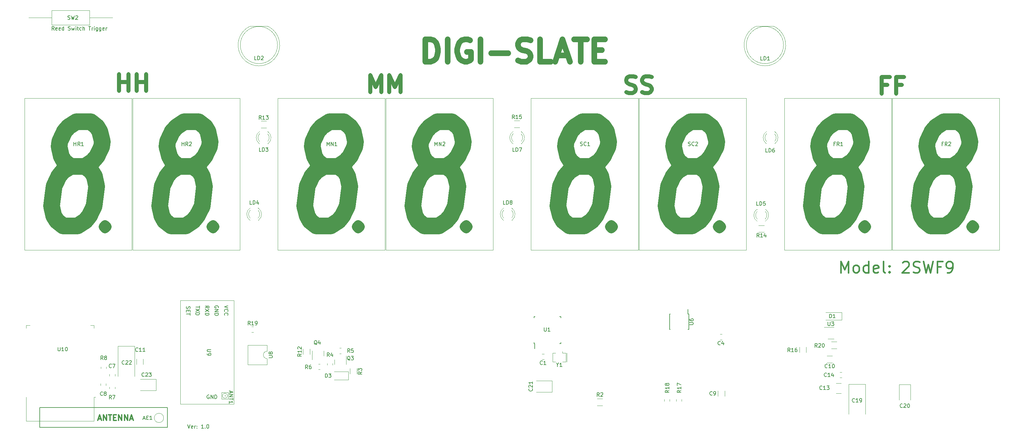
<source format=gbr>
%TF.GenerationSoftware,KiCad,Pcbnew,(6.0.10)*%
%TF.CreationDate,2023-11-27T04:30:22+11:00*%
%TF.ProjectId,Digislate,44696769-736c-4617-9465-2e6b69636164,rev?*%
%TF.SameCoordinates,Original*%
%TF.FileFunction,Legend,Top*%
%TF.FilePolarity,Positive*%
%FSLAX46Y46*%
G04 Gerber Fmt 4.6, Leading zero omitted, Abs format (unit mm)*
G04 Created by KiCad (PCBNEW (6.0.10)) date 2023-11-27 04:30:22*
%MOMM*%
%LPD*%
G01*
G04 APERTURE LIST*
%ADD10C,0.150000*%
%ADD11C,1.125000*%
%ADD12C,0.300000*%
%ADD13C,0.450000*%
%ADD14C,1.500000*%
%ADD15C,2.500000*%
%ADD16C,4.500000*%
%ADD17C,0.120000*%
G04 APERTURE END LIST*
D10*
X21676000Y-132754000D02*
X55966000Y-132754000D01*
X55966000Y-132754000D02*
X55966000Y-138088000D01*
X55966000Y-138088000D02*
X21676000Y-138088000D01*
X21676000Y-138088000D02*
X21676000Y-132754000D01*
X25551904Y-31282380D02*
X25218571Y-30806190D01*
X24980476Y-31282380D02*
X24980476Y-30282380D01*
X25361428Y-30282380D01*
X25456666Y-30330000D01*
X25504285Y-30377619D01*
X25551904Y-30472857D01*
X25551904Y-30615714D01*
X25504285Y-30710952D01*
X25456666Y-30758571D01*
X25361428Y-30806190D01*
X24980476Y-30806190D01*
X26361428Y-31234761D02*
X26266190Y-31282380D01*
X26075714Y-31282380D01*
X25980476Y-31234761D01*
X25932857Y-31139523D01*
X25932857Y-30758571D01*
X25980476Y-30663333D01*
X26075714Y-30615714D01*
X26266190Y-30615714D01*
X26361428Y-30663333D01*
X26409047Y-30758571D01*
X26409047Y-30853809D01*
X25932857Y-30949047D01*
X27218571Y-31234761D02*
X27123333Y-31282380D01*
X26932857Y-31282380D01*
X26837619Y-31234761D01*
X26790000Y-31139523D01*
X26790000Y-30758571D01*
X26837619Y-30663333D01*
X26932857Y-30615714D01*
X27123333Y-30615714D01*
X27218571Y-30663333D01*
X27266190Y-30758571D01*
X27266190Y-30853809D01*
X26790000Y-30949047D01*
X28123333Y-31282380D02*
X28123333Y-30282380D01*
X28123333Y-31234761D02*
X28028095Y-31282380D01*
X27837619Y-31282380D01*
X27742380Y-31234761D01*
X27694761Y-31187142D01*
X27647142Y-31091904D01*
X27647142Y-30806190D01*
X27694761Y-30710952D01*
X27742380Y-30663333D01*
X27837619Y-30615714D01*
X28028095Y-30615714D01*
X28123333Y-30663333D01*
X29313809Y-31234761D02*
X29456666Y-31282380D01*
X29694761Y-31282380D01*
X29790000Y-31234761D01*
X29837619Y-31187142D01*
X29885238Y-31091904D01*
X29885238Y-30996666D01*
X29837619Y-30901428D01*
X29790000Y-30853809D01*
X29694761Y-30806190D01*
X29504285Y-30758571D01*
X29409047Y-30710952D01*
X29361428Y-30663333D01*
X29313809Y-30568095D01*
X29313809Y-30472857D01*
X29361428Y-30377619D01*
X29409047Y-30330000D01*
X29504285Y-30282380D01*
X29742380Y-30282380D01*
X29885238Y-30330000D01*
X30218571Y-30615714D02*
X30409047Y-31282380D01*
X30599523Y-30806190D01*
X30790000Y-31282380D01*
X30980476Y-30615714D01*
X31361428Y-31282380D02*
X31361428Y-30615714D01*
X31361428Y-30282380D02*
X31313809Y-30330000D01*
X31361428Y-30377619D01*
X31409047Y-30330000D01*
X31361428Y-30282380D01*
X31361428Y-30377619D01*
X31694761Y-30615714D02*
X32075714Y-30615714D01*
X31837619Y-30282380D02*
X31837619Y-31139523D01*
X31885238Y-31234761D01*
X31980476Y-31282380D01*
X32075714Y-31282380D01*
X32837619Y-31234761D02*
X32742380Y-31282380D01*
X32551904Y-31282380D01*
X32456666Y-31234761D01*
X32409047Y-31187142D01*
X32361428Y-31091904D01*
X32361428Y-30806190D01*
X32409047Y-30710952D01*
X32456666Y-30663333D01*
X32551904Y-30615714D01*
X32742380Y-30615714D01*
X32837619Y-30663333D01*
X33266190Y-31282380D02*
X33266190Y-30282380D01*
X33694761Y-31282380D02*
X33694761Y-30758571D01*
X33647142Y-30663333D01*
X33551904Y-30615714D01*
X33409047Y-30615714D01*
X33313809Y-30663333D01*
X33266190Y-30710952D01*
X34790000Y-30282380D02*
X35361428Y-30282380D01*
X35075714Y-31282380D02*
X35075714Y-30282380D01*
X35694761Y-31282380D02*
X35694761Y-30615714D01*
X35694761Y-30806190D02*
X35742380Y-30710952D01*
X35790000Y-30663333D01*
X35885238Y-30615714D01*
X35980476Y-30615714D01*
X36313809Y-31282380D02*
X36313809Y-30615714D01*
X36313809Y-30282380D02*
X36266190Y-30330000D01*
X36313809Y-30377619D01*
X36361428Y-30330000D01*
X36313809Y-30282380D01*
X36313809Y-30377619D01*
X37218571Y-30615714D02*
X37218571Y-31425238D01*
X37170952Y-31520476D01*
X37123333Y-31568095D01*
X37028095Y-31615714D01*
X36885238Y-31615714D01*
X36790000Y-31568095D01*
X37218571Y-31234761D02*
X37123333Y-31282380D01*
X36932857Y-31282380D01*
X36837619Y-31234761D01*
X36790000Y-31187142D01*
X36742380Y-31091904D01*
X36742380Y-30806190D01*
X36790000Y-30710952D01*
X36837619Y-30663333D01*
X36932857Y-30615714D01*
X37123333Y-30615714D01*
X37218571Y-30663333D01*
X38123333Y-30615714D02*
X38123333Y-31425238D01*
X38075714Y-31520476D01*
X38028095Y-31568095D01*
X37932857Y-31615714D01*
X37790000Y-31615714D01*
X37694761Y-31568095D01*
X38123333Y-31234761D02*
X38028095Y-31282380D01*
X37837619Y-31282380D01*
X37742380Y-31234761D01*
X37694761Y-31187142D01*
X37647142Y-31091904D01*
X37647142Y-30806190D01*
X37694761Y-30710952D01*
X37742380Y-30663333D01*
X37837619Y-30615714D01*
X38028095Y-30615714D01*
X38123333Y-30663333D01*
X38980476Y-31234761D02*
X38885238Y-31282380D01*
X38694761Y-31282380D01*
X38599523Y-31234761D01*
X38551904Y-31139523D01*
X38551904Y-30758571D01*
X38599523Y-30663333D01*
X38694761Y-30615714D01*
X38885238Y-30615714D01*
X38980476Y-30663333D01*
X39028095Y-30758571D01*
X39028095Y-30853809D01*
X38551904Y-30949047D01*
X39456666Y-31282380D02*
X39456666Y-30615714D01*
X39456666Y-30806190D02*
X39504285Y-30710952D01*
X39551904Y-30663333D01*
X39647142Y-30615714D01*
X39742380Y-30615714D01*
D11*
X249244285Y-45958571D02*
X247744285Y-45958571D01*
X247744285Y-48315714D02*
X247744285Y-43815714D01*
X249887142Y-43815714D01*
X253101428Y-45958571D02*
X251601428Y-45958571D01*
X251601428Y-48315714D02*
X251601428Y-43815714D01*
X253744285Y-43815714D01*
X179121428Y-47941428D02*
X179764285Y-48155714D01*
X180835714Y-48155714D01*
X181264285Y-47941428D01*
X181478571Y-47727142D01*
X181692857Y-47298571D01*
X181692857Y-46870000D01*
X181478571Y-46441428D01*
X181264285Y-46227142D01*
X180835714Y-46012857D01*
X179978571Y-45798571D01*
X179550000Y-45584285D01*
X179335714Y-45370000D01*
X179121428Y-44941428D01*
X179121428Y-44512857D01*
X179335714Y-44084285D01*
X179550000Y-43870000D01*
X179978571Y-43655714D01*
X181050000Y-43655714D01*
X181692857Y-43870000D01*
X183407142Y-47941428D02*
X184050000Y-48155714D01*
X185121428Y-48155714D01*
X185550000Y-47941428D01*
X185764285Y-47727142D01*
X185978571Y-47298571D01*
X185978571Y-46870000D01*
X185764285Y-46441428D01*
X185550000Y-46227142D01*
X185121428Y-46012857D01*
X184264285Y-45798571D01*
X183835714Y-45584285D01*
X183621428Y-45370000D01*
X183407142Y-44941428D01*
X183407142Y-44512857D01*
X183621428Y-44084285D01*
X183835714Y-43870000D01*
X184264285Y-43655714D01*
X185335714Y-43655714D01*
X185978571Y-43870000D01*
D12*
X37422857Y-135810000D02*
X38137142Y-135810000D01*
X37280000Y-136238571D02*
X37780000Y-134738571D01*
X38280000Y-136238571D01*
X38780000Y-136238571D02*
X38780000Y-134738571D01*
X39637142Y-136238571D01*
X39637142Y-134738571D01*
X40137142Y-134738571D02*
X40994285Y-134738571D01*
X40565714Y-136238571D02*
X40565714Y-134738571D01*
X41494285Y-135452857D02*
X41994285Y-135452857D01*
X42208571Y-136238571D02*
X41494285Y-136238571D01*
X41494285Y-134738571D01*
X42208571Y-134738571D01*
X42851428Y-136238571D02*
X42851428Y-134738571D01*
X43708571Y-136238571D01*
X43708571Y-134738571D01*
X44422857Y-136238571D02*
X44422857Y-134738571D01*
X45280000Y-136238571D01*
X45280000Y-134738571D01*
X45922857Y-135810000D02*
X46637142Y-135810000D01*
X45780000Y-136238571D02*
X46280000Y-134738571D01*
X46780000Y-136238571D01*
D13*
X236821428Y-96487142D02*
X236821428Y-93487142D01*
X237821428Y-95630000D01*
X238821428Y-93487142D01*
X238821428Y-96487142D01*
X240678571Y-96487142D02*
X240392857Y-96344285D01*
X240250000Y-96201428D01*
X240107142Y-95915714D01*
X240107142Y-95058571D01*
X240250000Y-94772857D01*
X240392857Y-94630000D01*
X240678571Y-94487142D01*
X241107142Y-94487142D01*
X241392857Y-94630000D01*
X241535714Y-94772857D01*
X241678571Y-95058571D01*
X241678571Y-95915714D01*
X241535714Y-96201428D01*
X241392857Y-96344285D01*
X241107142Y-96487142D01*
X240678571Y-96487142D01*
X244250000Y-96487142D02*
X244250000Y-93487142D01*
X244250000Y-96344285D02*
X243964285Y-96487142D01*
X243392857Y-96487142D01*
X243107142Y-96344285D01*
X242964285Y-96201428D01*
X242821428Y-95915714D01*
X242821428Y-95058571D01*
X242964285Y-94772857D01*
X243107142Y-94630000D01*
X243392857Y-94487142D01*
X243964285Y-94487142D01*
X244250000Y-94630000D01*
X246821428Y-96344285D02*
X246535714Y-96487142D01*
X245964285Y-96487142D01*
X245678571Y-96344285D01*
X245535714Y-96058571D01*
X245535714Y-94915714D01*
X245678571Y-94630000D01*
X245964285Y-94487142D01*
X246535714Y-94487142D01*
X246821428Y-94630000D01*
X246964285Y-94915714D01*
X246964285Y-95201428D01*
X245535714Y-95487142D01*
X248678571Y-96487142D02*
X248392857Y-96344285D01*
X248250000Y-96058571D01*
X248250000Y-93487142D01*
X249821428Y-96201428D02*
X249964285Y-96344285D01*
X249821428Y-96487142D01*
X249678571Y-96344285D01*
X249821428Y-96201428D01*
X249821428Y-96487142D01*
X249821428Y-94630000D02*
X249964285Y-94772857D01*
X249821428Y-94915714D01*
X249678571Y-94772857D01*
X249821428Y-94630000D01*
X249821428Y-94915714D01*
X253392857Y-93772857D02*
X253535714Y-93630000D01*
X253821428Y-93487142D01*
X254535714Y-93487142D01*
X254821428Y-93630000D01*
X254964285Y-93772857D01*
X255107142Y-94058571D01*
X255107142Y-94344285D01*
X254964285Y-94772857D01*
X253250000Y-96487142D01*
X255107142Y-96487142D01*
X256250000Y-96344285D02*
X256678571Y-96487142D01*
X257392857Y-96487142D01*
X257678571Y-96344285D01*
X257821428Y-96201428D01*
X257964285Y-95915714D01*
X257964285Y-95630000D01*
X257821428Y-95344285D01*
X257678571Y-95201428D01*
X257392857Y-95058571D01*
X256821428Y-94915714D01*
X256535714Y-94772857D01*
X256392857Y-94630000D01*
X256250000Y-94344285D01*
X256250000Y-94058571D01*
X256392857Y-93772857D01*
X256535714Y-93630000D01*
X256821428Y-93487142D01*
X257535714Y-93487142D01*
X257964285Y-93630000D01*
X258964285Y-93487142D02*
X259678571Y-96487142D01*
X260250000Y-94344285D01*
X260821428Y-96487142D01*
X261535714Y-93487142D01*
X263678571Y-94915714D02*
X262678571Y-94915714D01*
X262678571Y-96487142D02*
X262678571Y-93487142D01*
X264107142Y-93487142D01*
X265392857Y-96487142D02*
X265964285Y-96487142D01*
X266250000Y-96344285D01*
X266392857Y-96201428D01*
X266678571Y-95772857D01*
X266821428Y-95201428D01*
X266821428Y-94058571D01*
X266678571Y-93772857D01*
X266535714Y-93630000D01*
X266250000Y-93487142D01*
X265678571Y-93487142D01*
X265392857Y-93630000D01*
X265250000Y-93772857D01*
X265107142Y-94058571D01*
X265107142Y-94772857D01*
X265250000Y-95058571D01*
X265392857Y-95201428D01*
X265678571Y-95344285D01*
X266250000Y-95344285D01*
X266535714Y-95201428D01*
X266678571Y-95058571D01*
X266821428Y-94772857D01*
D14*
X125200000Y-39774285D02*
X125200000Y-33774285D01*
X126628571Y-33774285D01*
X127485714Y-34060000D01*
X128057142Y-34631428D01*
X128342857Y-35202857D01*
X128628571Y-36345714D01*
X128628571Y-37202857D01*
X128342857Y-38345714D01*
X128057142Y-38917142D01*
X127485714Y-39488571D01*
X126628571Y-39774285D01*
X125200000Y-39774285D01*
X131200000Y-39774285D02*
X131200000Y-33774285D01*
X137200000Y-34060000D02*
X136628571Y-33774285D01*
X135771428Y-33774285D01*
X134914285Y-34060000D01*
X134342857Y-34631428D01*
X134057142Y-35202857D01*
X133771428Y-36345714D01*
X133771428Y-37202857D01*
X134057142Y-38345714D01*
X134342857Y-38917142D01*
X134914285Y-39488571D01*
X135771428Y-39774285D01*
X136342857Y-39774285D01*
X137200000Y-39488571D01*
X137485714Y-39202857D01*
X137485714Y-37202857D01*
X136342857Y-37202857D01*
X140057142Y-39774285D02*
X140057142Y-33774285D01*
X142914285Y-37488571D02*
X147485714Y-37488571D01*
X150057142Y-39488571D02*
X150914285Y-39774285D01*
X152342857Y-39774285D01*
X152914285Y-39488571D01*
X153200000Y-39202857D01*
X153485714Y-38631428D01*
X153485714Y-38060000D01*
X153200000Y-37488571D01*
X152914285Y-37202857D01*
X152342857Y-36917142D01*
X151200000Y-36631428D01*
X150628571Y-36345714D01*
X150342857Y-36060000D01*
X150057142Y-35488571D01*
X150057142Y-34917142D01*
X150342857Y-34345714D01*
X150628571Y-34060000D01*
X151200000Y-33774285D01*
X152628571Y-33774285D01*
X153485714Y-34060000D01*
X158914285Y-39774285D02*
X156057142Y-39774285D01*
X156057142Y-33774285D01*
X160628571Y-38060000D02*
X163485714Y-38060000D01*
X160057142Y-39774285D02*
X162057142Y-33774285D01*
X164057142Y-39774285D01*
X165200000Y-33774285D02*
X168628571Y-33774285D01*
X166914285Y-39774285D02*
X166914285Y-33774285D01*
X170628571Y-36631428D02*
X172628571Y-36631428D01*
X173485714Y-39774285D02*
X170628571Y-39774285D01*
X170628571Y-33774285D01*
X173485714Y-33774285D01*
D10*
X61409047Y-137332380D02*
X61742380Y-138332380D01*
X62075714Y-137332380D01*
X62790000Y-138284761D02*
X62694761Y-138332380D01*
X62504285Y-138332380D01*
X62409047Y-138284761D01*
X62361428Y-138189523D01*
X62361428Y-137808571D01*
X62409047Y-137713333D01*
X62504285Y-137665714D01*
X62694761Y-137665714D01*
X62790000Y-137713333D01*
X62837619Y-137808571D01*
X62837619Y-137903809D01*
X62361428Y-137999047D01*
X63266190Y-138332380D02*
X63266190Y-137665714D01*
X63266190Y-137856190D02*
X63313809Y-137760952D01*
X63361428Y-137713333D01*
X63456666Y-137665714D01*
X63551904Y-137665714D01*
X63885238Y-138237142D02*
X63932857Y-138284761D01*
X63885238Y-138332380D01*
X63837619Y-138284761D01*
X63885238Y-138237142D01*
X63885238Y-138332380D01*
X63885238Y-137713333D02*
X63932857Y-137760952D01*
X63885238Y-137808571D01*
X63837619Y-137760952D01*
X63885238Y-137713333D01*
X63885238Y-137808571D01*
X65647142Y-138332380D02*
X65075714Y-138332380D01*
X65361428Y-138332380D02*
X65361428Y-137332380D01*
X65266190Y-137475238D01*
X65170952Y-137570476D01*
X65075714Y-137618095D01*
X66075714Y-138237142D02*
X66123333Y-138284761D01*
X66075714Y-138332380D01*
X66028095Y-138284761D01*
X66075714Y-138237142D01*
X66075714Y-138332380D01*
X66742380Y-137332380D02*
X66837619Y-137332380D01*
X66932857Y-137380000D01*
X66980476Y-137427619D01*
X67028095Y-137522857D01*
X67075714Y-137713333D01*
X67075714Y-137951428D01*
X67028095Y-138141904D01*
X66980476Y-138237142D01*
X66932857Y-138284761D01*
X66837619Y-138332380D01*
X66742380Y-138332380D01*
X66647142Y-138284761D01*
X66599523Y-138237142D01*
X66551904Y-138141904D01*
X66504285Y-137951428D01*
X66504285Y-137713333D01*
X66551904Y-137522857D01*
X66599523Y-137427619D01*
X66647142Y-137380000D01*
X66742380Y-137332380D01*
D11*
X50192857Y-47565714D02*
X50192857Y-43065714D01*
X50192857Y-45208571D02*
X47621428Y-45208571D01*
X47621428Y-47565714D02*
X47621428Y-43065714D01*
X45478571Y-47565714D02*
X45478571Y-43065714D01*
X45478571Y-45208571D02*
X42907142Y-45208571D01*
X42907142Y-47565714D02*
X42907142Y-43065714D01*
X110348571Y-47885714D02*
X110348571Y-43385714D01*
X111848571Y-46600000D01*
X113348571Y-43385714D01*
X113348571Y-47885714D01*
X115491428Y-47885714D02*
X115491428Y-43385714D01*
X116991428Y-46600000D01*
X118491428Y-43385714D01*
X118491428Y-47885714D01*
D10*
%TO.C,R13*%
X81147142Y-55262380D02*
X80813809Y-54786190D01*
X80575714Y-55262380D02*
X80575714Y-54262380D01*
X80956666Y-54262380D01*
X81051904Y-54310000D01*
X81099523Y-54357619D01*
X81147142Y-54452857D01*
X81147142Y-54595714D01*
X81099523Y-54690952D01*
X81051904Y-54738571D01*
X80956666Y-54786190D01*
X80575714Y-54786190D01*
X82099523Y-55262380D02*
X81528095Y-55262380D01*
X81813809Y-55262380D02*
X81813809Y-54262380D01*
X81718571Y-54405238D01*
X81623333Y-54500476D01*
X81528095Y-54548095D01*
X82432857Y-54262380D02*
X83051904Y-54262380D01*
X82718571Y-54643333D01*
X82861428Y-54643333D01*
X82956666Y-54690952D01*
X83004285Y-54738571D01*
X83051904Y-54833809D01*
X83051904Y-55071904D01*
X83004285Y-55167142D01*
X82956666Y-55214761D01*
X82861428Y-55262380D01*
X82575714Y-55262380D01*
X82480476Y-55214761D01*
X82432857Y-55167142D01*
%TO.C,LD8*%
X146663333Y-78102380D02*
X146187142Y-78102380D01*
X146187142Y-77102380D01*
X146996666Y-78102380D02*
X146996666Y-77102380D01*
X147234761Y-77102380D01*
X147377619Y-77150000D01*
X147472857Y-77245238D01*
X147520476Y-77340476D01*
X147568095Y-77530952D01*
X147568095Y-77673809D01*
X147520476Y-77864285D01*
X147472857Y-77959523D01*
X147377619Y-78054761D01*
X147234761Y-78102380D01*
X146996666Y-78102380D01*
X148139523Y-77530952D02*
X148044285Y-77483333D01*
X147996666Y-77435714D01*
X147949047Y-77340476D01*
X147949047Y-77292857D01*
X147996666Y-77197619D01*
X148044285Y-77150000D01*
X148139523Y-77102380D01*
X148330000Y-77102380D01*
X148425238Y-77150000D01*
X148472857Y-77197619D01*
X148520476Y-77292857D01*
X148520476Y-77340476D01*
X148472857Y-77435714D01*
X148425238Y-77483333D01*
X148330000Y-77530952D01*
X148139523Y-77530952D01*
X148044285Y-77578571D01*
X147996666Y-77626190D01*
X147949047Y-77721428D01*
X147949047Y-77911904D01*
X147996666Y-78007142D01*
X148044285Y-78054761D01*
X148139523Y-78102380D01*
X148330000Y-78102380D01*
X148425238Y-78054761D01*
X148472857Y-78007142D01*
X148520476Y-77911904D01*
X148520476Y-77721428D01*
X148472857Y-77626190D01*
X148425238Y-77578571D01*
X148330000Y-77530952D01*
%TO.C,R3*%
X108152380Y-123166666D02*
X107676190Y-123500000D01*
X108152380Y-123738095D02*
X107152380Y-123738095D01*
X107152380Y-123357142D01*
X107200000Y-123261904D01*
X107247619Y-123214285D01*
X107342857Y-123166666D01*
X107485714Y-123166666D01*
X107580952Y-123214285D01*
X107628571Y-123261904D01*
X107676190Y-123357142D01*
X107676190Y-123738095D01*
X107152380Y-122833333D02*
X107152380Y-122214285D01*
X107533333Y-122547619D01*
X107533333Y-122404761D01*
X107580952Y-122309523D01*
X107628571Y-122261904D01*
X107723809Y-122214285D01*
X107961904Y-122214285D01*
X108057142Y-122261904D01*
X108104761Y-122309523D01*
X108152380Y-122404761D01*
X108152380Y-122690476D01*
X108104761Y-122785714D01*
X108057142Y-122833333D01*
%TO.C,U3*%
X233338095Y-109752380D02*
X233338095Y-110561904D01*
X233385714Y-110657142D01*
X233433333Y-110704761D01*
X233528571Y-110752380D01*
X233719047Y-110752380D01*
X233814285Y-110704761D01*
X233861904Y-110657142D01*
X233909523Y-110561904D01*
X233909523Y-109752380D01*
X234290476Y-109752380D02*
X234909523Y-109752380D01*
X234576190Y-110133333D01*
X234719047Y-110133333D01*
X234814285Y-110180952D01*
X234861904Y-110228571D01*
X234909523Y-110323809D01*
X234909523Y-110561904D01*
X234861904Y-110657142D01*
X234814285Y-110704761D01*
X234719047Y-110752380D01*
X234433333Y-110752380D01*
X234338095Y-110704761D01*
X234290476Y-110657142D01*
%TO.C,R6*%
X93633333Y-122352380D02*
X93300000Y-121876190D01*
X93061904Y-122352380D02*
X93061904Y-121352380D01*
X93442857Y-121352380D01*
X93538095Y-121400000D01*
X93585714Y-121447619D01*
X93633333Y-121542857D01*
X93633333Y-121685714D01*
X93585714Y-121780952D01*
X93538095Y-121828571D01*
X93442857Y-121876190D01*
X93061904Y-121876190D01*
X94490476Y-121352380D02*
X94300000Y-121352380D01*
X94204761Y-121400000D01*
X94157142Y-121447619D01*
X94061904Y-121590476D01*
X94014285Y-121780952D01*
X94014285Y-122161904D01*
X94061904Y-122257142D01*
X94109523Y-122304761D01*
X94204761Y-122352380D01*
X94395238Y-122352380D01*
X94490476Y-122304761D01*
X94538095Y-122257142D01*
X94585714Y-122161904D01*
X94585714Y-121923809D01*
X94538095Y-121828571D01*
X94490476Y-121780952D01*
X94395238Y-121733333D01*
X94204761Y-121733333D01*
X94109523Y-121780952D01*
X94061904Y-121828571D01*
X94014285Y-121923809D01*
%TO.C,HR1*%
X30838095Y-62352380D02*
X30838095Y-61352380D01*
X30838095Y-61828571D02*
X31409523Y-61828571D01*
X31409523Y-62352380D02*
X31409523Y-61352380D01*
X32457142Y-62352380D02*
X32123809Y-61876190D01*
X31885714Y-62352380D02*
X31885714Y-61352380D01*
X32266666Y-61352380D01*
X32361904Y-61400000D01*
X32409523Y-61447619D01*
X32457142Y-61542857D01*
X32457142Y-61685714D01*
X32409523Y-61780952D01*
X32361904Y-61828571D01*
X32266666Y-61876190D01*
X31885714Y-61876190D01*
X33409523Y-62352380D02*
X32838095Y-62352380D01*
X33123809Y-62352380D02*
X33123809Y-61352380D01*
X33028571Y-61495238D01*
X32933333Y-61590476D01*
X32838095Y-61638095D01*
D15*
X39200000Y-83671428D02*
X39676190Y-84147619D01*
X39200000Y-84623809D01*
X38723809Y-84147619D01*
X39200000Y-83671428D01*
X39200000Y-84623809D01*
D16*
X29944404Y-67866666D02*
X28206309Y-66533333D01*
X27420595Y-65200000D01*
X26801547Y-62533333D01*
X26968214Y-61200000D01*
X28253928Y-58533333D01*
X29372976Y-57200000D01*
X31444404Y-55866666D01*
X35253928Y-55866666D01*
X36992023Y-57200000D01*
X37777738Y-58533333D01*
X38396785Y-61200000D01*
X38230119Y-62533333D01*
X36944404Y-65200000D01*
X35825357Y-66533333D01*
X33753928Y-67866666D01*
X29944404Y-67866666D01*
X27872976Y-69200000D01*
X26753928Y-70533333D01*
X25468214Y-73200000D01*
X24801547Y-78533333D01*
X25420595Y-81200000D01*
X26206309Y-82533333D01*
X27944404Y-83866666D01*
X31753928Y-83866666D01*
X33825357Y-82533333D01*
X34944404Y-81200000D01*
X36230119Y-78533333D01*
X36896785Y-73200000D01*
X36277738Y-70533333D01*
X35492023Y-69200000D01*
X33753928Y-67866666D01*
D10*
%TO.C,U1*%
X157138095Y-111252380D02*
X157138095Y-112061904D01*
X157185714Y-112157142D01*
X157233333Y-112204761D01*
X157328571Y-112252380D01*
X157519047Y-112252380D01*
X157614285Y-112204761D01*
X157661904Y-112157142D01*
X157709523Y-112061904D01*
X157709523Y-111252380D01*
X158709523Y-112252380D02*
X158138095Y-112252380D01*
X158423809Y-112252380D02*
X158423809Y-111252380D01*
X158328571Y-111395238D01*
X158233333Y-111490476D01*
X158138095Y-111538095D01*
%TO.C,HR2*%
X59838095Y-62352380D02*
X59838095Y-61352380D01*
X59838095Y-61828571D02*
X60409523Y-61828571D01*
X60409523Y-62352380D02*
X60409523Y-61352380D01*
X61457142Y-62352380D02*
X61123809Y-61876190D01*
X60885714Y-62352380D02*
X60885714Y-61352380D01*
X61266666Y-61352380D01*
X61361904Y-61400000D01*
X61409523Y-61447619D01*
X61457142Y-61542857D01*
X61457142Y-61685714D01*
X61409523Y-61780952D01*
X61361904Y-61828571D01*
X61266666Y-61876190D01*
X60885714Y-61876190D01*
X61838095Y-61447619D02*
X61885714Y-61400000D01*
X61980952Y-61352380D01*
X62219047Y-61352380D01*
X62314285Y-61400000D01*
X62361904Y-61447619D01*
X62409523Y-61542857D01*
X62409523Y-61638095D01*
X62361904Y-61780952D01*
X61790476Y-62352380D01*
X62409523Y-62352380D01*
D16*
X58944404Y-67866666D02*
X57206309Y-66533333D01*
X56420595Y-65200000D01*
X55801547Y-62533333D01*
X55968214Y-61200000D01*
X57253928Y-58533333D01*
X58372976Y-57200000D01*
X60444404Y-55866666D01*
X64253928Y-55866666D01*
X65992023Y-57200000D01*
X66777738Y-58533333D01*
X67396785Y-61200000D01*
X67230119Y-62533333D01*
X65944404Y-65200000D01*
X64825357Y-66533333D01*
X62753928Y-67866666D01*
X58944404Y-67866666D01*
X56872976Y-69200000D01*
X55753928Y-70533333D01*
X54468214Y-73200000D01*
X53801547Y-78533333D01*
X54420595Y-81200000D01*
X55206309Y-82533333D01*
X56944404Y-83866666D01*
X60753928Y-83866666D01*
X62825357Y-82533333D01*
X63944404Y-81200000D01*
X65230119Y-78533333D01*
X65896785Y-73200000D01*
X65277738Y-70533333D01*
X64492023Y-69200000D01*
X62753928Y-67866666D01*
D15*
X68200000Y-83671428D02*
X68676190Y-84147619D01*
X68200000Y-84623809D01*
X67723809Y-84147619D01*
X68200000Y-83671428D01*
X68200000Y-84623809D01*
D10*
%TO.C,R2*%
X171933333Y-129752380D02*
X171600000Y-129276190D01*
X171361904Y-129752380D02*
X171361904Y-128752380D01*
X171742857Y-128752380D01*
X171838095Y-128800000D01*
X171885714Y-128847619D01*
X171933333Y-128942857D01*
X171933333Y-129085714D01*
X171885714Y-129180952D01*
X171838095Y-129228571D01*
X171742857Y-129276190D01*
X171361904Y-129276190D01*
X172314285Y-128847619D02*
X172361904Y-128800000D01*
X172457142Y-128752380D01*
X172695238Y-128752380D01*
X172790476Y-128800000D01*
X172838095Y-128847619D01*
X172885714Y-128942857D01*
X172885714Y-129038095D01*
X172838095Y-129180952D01*
X172266666Y-129752380D01*
X172885714Y-129752380D01*
%TO.C,LD2*%
X79863333Y-39282380D02*
X79387142Y-39282380D01*
X79387142Y-38282380D01*
X80196666Y-39282380D02*
X80196666Y-38282380D01*
X80434761Y-38282380D01*
X80577619Y-38330000D01*
X80672857Y-38425238D01*
X80720476Y-38520476D01*
X80768095Y-38710952D01*
X80768095Y-38853809D01*
X80720476Y-39044285D01*
X80672857Y-39139523D01*
X80577619Y-39234761D01*
X80434761Y-39282380D01*
X80196666Y-39282380D01*
X81149047Y-38377619D02*
X81196666Y-38330000D01*
X81291904Y-38282380D01*
X81530000Y-38282380D01*
X81625238Y-38330000D01*
X81672857Y-38377619D01*
X81720476Y-38472857D01*
X81720476Y-38568095D01*
X81672857Y-38710952D01*
X81101428Y-39282380D01*
X81720476Y-39282380D01*
%TO.C,R5*%
X104933333Y-117952380D02*
X104600000Y-117476190D01*
X104361904Y-117952380D02*
X104361904Y-116952380D01*
X104742857Y-116952380D01*
X104838095Y-117000000D01*
X104885714Y-117047619D01*
X104933333Y-117142857D01*
X104933333Y-117285714D01*
X104885714Y-117380952D01*
X104838095Y-117428571D01*
X104742857Y-117476190D01*
X104361904Y-117476190D01*
X105838095Y-116952380D02*
X105361904Y-116952380D01*
X105314285Y-117428571D01*
X105361904Y-117380952D01*
X105457142Y-117333333D01*
X105695238Y-117333333D01*
X105790476Y-117380952D01*
X105838095Y-117428571D01*
X105885714Y-117523809D01*
X105885714Y-117761904D01*
X105838095Y-117857142D01*
X105790476Y-117904761D01*
X105695238Y-117952380D01*
X105457142Y-117952380D01*
X105361904Y-117904761D01*
X105314285Y-117857142D01*
%TO.C,R8*%
X38673333Y-119902380D02*
X38340000Y-119426190D01*
X38101904Y-119902380D02*
X38101904Y-118902380D01*
X38482857Y-118902380D01*
X38578095Y-118950000D01*
X38625714Y-118997619D01*
X38673333Y-119092857D01*
X38673333Y-119235714D01*
X38625714Y-119330952D01*
X38578095Y-119378571D01*
X38482857Y-119426190D01*
X38101904Y-119426190D01*
X39244761Y-119330952D02*
X39149523Y-119283333D01*
X39101904Y-119235714D01*
X39054285Y-119140476D01*
X39054285Y-119092857D01*
X39101904Y-118997619D01*
X39149523Y-118950000D01*
X39244761Y-118902380D01*
X39435238Y-118902380D01*
X39530476Y-118950000D01*
X39578095Y-118997619D01*
X39625714Y-119092857D01*
X39625714Y-119140476D01*
X39578095Y-119235714D01*
X39530476Y-119283333D01*
X39435238Y-119330952D01*
X39244761Y-119330952D01*
X39149523Y-119378571D01*
X39101904Y-119426190D01*
X39054285Y-119521428D01*
X39054285Y-119711904D01*
X39101904Y-119807142D01*
X39149523Y-119854761D01*
X39244761Y-119902380D01*
X39435238Y-119902380D01*
X39530476Y-119854761D01*
X39578095Y-119807142D01*
X39625714Y-119711904D01*
X39625714Y-119521428D01*
X39578095Y-119426190D01*
X39530476Y-119378571D01*
X39435238Y-119330952D01*
%TO.C,R18*%
X190652380Y-128142857D02*
X190176190Y-128476190D01*
X190652380Y-128714285D02*
X189652380Y-128714285D01*
X189652380Y-128333333D01*
X189700000Y-128238095D01*
X189747619Y-128190476D01*
X189842857Y-128142857D01*
X189985714Y-128142857D01*
X190080952Y-128190476D01*
X190128571Y-128238095D01*
X190176190Y-128333333D01*
X190176190Y-128714285D01*
X190652380Y-127190476D02*
X190652380Y-127761904D01*
X190652380Y-127476190D02*
X189652380Y-127476190D01*
X189795238Y-127571428D01*
X189890476Y-127666666D01*
X189938095Y-127761904D01*
X190080952Y-126619047D02*
X190033333Y-126714285D01*
X189985714Y-126761904D01*
X189890476Y-126809523D01*
X189842857Y-126809523D01*
X189747619Y-126761904D01*
X189700000Y-126714285D01*
X189652380Y-126619047D01*
X189652380Y-126428571D01*
X189700000Y-126333333D01*
X189747619Y-126285714D01*
X189842857Y-126238095D01*
X189890476Y-126238095D01*
X189985714Y-126285714D01*
X190033333Y-126333333D01*
X190080952Y-126428571D01*
X190080952Y-126619047D01*
X190128571Y-126714285D01*
X190176190Y-126761904D01*
X190271428Y-126809523D01*
X190461904Y-126809523D01*
X190557142Y-126761904D01*
X190604761Y-126714285D01*
X190652380Y-126619047D01*
X190652380Y-126428571D01*
X190604761Y-126333333D01*
X190557142Y-126285714D01*
X190461904Y-126238095D01*
X190271428Y-126238095D01*
X190176190Y-126285714D01*
X190128571Y-126333333D01*
X190080952Y-126428571D01*
%TO.C,SW2*%
X29216666Y-28354761D02*
X29359523Y-28402380D01*
X29597619Y-28402380D01*
X29692857Y-28354761D01*
X29740476Y-28307142D01*
X29788095Y-28211904D01*
X29788095Y-28116666D01*
X29740476Y-28021428D01*
X29692857Y-27973809D01*
X29597619Y-27926190D01*
X29407142Y-27878571D01*
X29311904Y-27830952D01*
X29264285Y-27783333D01*
X29216666Y-27688095D01*
X29216666Y-27592857D01*
X29264285Y-27497619D01*
X29311904Y-27450000D01*
X29407142Y-27402380D01*
X29645238Y-27402380D01*
X29788095Y-27450000D01*
X30121428Y-27402380D02*
X30359523Y-28402380D01*
X30550000Y-27688095D01*
X30740476Y-28402380D01*
X30978571Y-27402380D01*
X31311904Y-27497619D02*
X31359523Y-27450000D01*
X31454761Y-27402380D01*
X31692857Y-27402380D01*
X31788095Y-27450000D01*
X31835714Y-27497619D01*
X31883333Y-27592857D01*
X31883333Y-27688095D01*
X31835714Y-27830952D01*
X31264285Y-28402380D01*
X31883333Y-28402380D01*
%TO.C,Q4*%
X96104761Y-115847619D02*
X96009523Y-115800000D01*
X95914285Y-115704761D01*
X95771428Y-115561904D01*
X95676190Y-115514285D01*
X95580952Y-115514285D01*
X95628571Y-115752380D02*
X95533333Y-115704761D01*
X95438095Y-115609523D01*
X95390476Y-115419047D01*
X95390476Y-115085714D01*
X95438095Y-114895238D01*
X95533333Y-114800000D01*
X95628571Y-114752380D01*
X95819047Y-114752380D01*
X95914285Y-114800000D01*
X96009523Y-114895238D01*
X96057142Y-115085714D01*
X96057142Y-115419047D01*
X96009523Y-115609523D01*
X95914285Y-115704761D01*
X95819047Y-115752380D01*
X95628571Y-115752380D01*
X96914285Y-115085714D02*
X96914285Y-115752380D01*
X96676190Y-114704761D02*
X96438095Y-115419047D01*
X97057142Y-115419047D01*
%TO.C,U10*%
X26561904Y-116552380D02*
X26561904Y-117361904D01*
X26609523Y-117457142D01*
X26657142Y-117504761D01*
X26752380Y-117552380D01*
X26942857Y-117552380D01*
X27038095Y-117504761D01*
X27085714Y-117457142D01*
X27133333Y-117361904D01*
X27133333Y-116552380D01*
X28133333Y-117552380D02*
X27561904Y-117552380D01*
X27847619Y-117552380D02*
X27847619Y-116552380D01*
X27752380Y-116695238D01*
X27657142Y-116790476D01*
X27561904Y-116838095D01*
X28752380Y-116552380D02*
X28847619Y-116552380D01*
X28942857Y-116600000D01*
X28990476Y-116647619D01*
X29038095Y-116742857D01*
X29085714Y-116933333D01*
X29085714Y-117171428D01*
X29038095Y-117361904D01*
X28990476Y-117457142D01*
X28942857Y-117504761D01*
X28847619Y-117552380D01*
X28752380Y-117552380D01*
X28657142Y-117504761D01*
X28609523Y-117457142D01*
X28561904Y-117361904D01*
X28514285Y-117171428D01*
X28514285Y-116933333D01*
X28561904Y-116742857D01*
X28609523Y-116647619D01*
X28657142Y-116600000D01*
X28752380Y-116552380D01*
%TO.C,C8*%
X38563333Y-129427142D02*
X38515714Y-129474761D01*
X38372857Y-129522380D01*
X38277619Y-129522380D01*
X38134761Y-129474761D01*
X38039523Y-129379523D01*
X37991904Y-129284285D01*
X37944285Y-129093809D01*
X37944285Y-128950952D01*
X37991904Y-128760476D01*
X38039523Y-128665238D01*
X38134761Y-128570000D01*
X38277619Y-128522380D01*
X38372857Y-128522380D01*
X38515714Y-128570000D01*
X38563333Y-128617619D01*
X39134761Y-128950952D02*
X39039523Y-128903333D01*
X38991904Y-128855714D01*
X38944285Y-128760476D01*
X38944285Y-128712857D01*
X38991904Y-128617619D01*
X39039523Y-128570000D01*
X39134761Y-128522380D01*
X39325238Y-128522380D01*
X39420476Y-128570000D01*
X39468095Y-128617619D01*
X39515714Y-128712857D01*
X39515714Y-128760476D01*
X39468095Y-128855714D01*
X39420476Y-128903333D01*
X39325238Y-128950952D01*
X39134761Y-128950952D01*
X39039523Y-128998571D01*
X38991904Y-129046190D01*
X38944285Y-129141428D01*
X38944285Y-129331904D01*
X38991904Y-129427142D01*
X39039523Y-129474761D01*
X39134761Y-129522380D01*
X39325238Y-129522380D01*
X39420476Y-129474761D01*
X39468095Y-129427142D01*
X39515714Y-129331904D01*
X39515714Y-129141428D01*
X39468095Y-129046190D01*
X39420476Y-128998571D01*
X39325238Y-128950952D01*
%TO.C,SC1*%
X166838095Y-62304761D02*
X166980952Y-62352380D01*
X167219047Y-62352380D01*
X167314285Y-62304761D01*
X167361904Y-62257142D01*
X167409523Y-62161904D01*
X167409523Y-62066666D01*
X167361904Y-61971428D01*
X167314285Y-61923809D01*
X167219047Y-61876190D01*
X167028571Y-61828571D01*
X166933333Y-61780952D01*
X166885714Y-61733333D01*
X166838095Y-61638095D01*
X166838095Y-61542857D01*
X166885714Y-61447619D01*
X166933333Y-61400000D01*
X167028571Y-61352380D01*
X167266666Y-61352380D01*
X167409523Y-61400000D01*
X168409523Y-62257142D02*
X168361904Y-62304761D01*
X168219047Y-62352380D01*
X168123809Y-62352380D01*
X167980952Y-62304761D01*
X167885714Y-62209523D01*
X167838095Y-62114285D01*
X167790476Y-61923809D01*
X167790476Y-61780952D01*
X167838095Y-61590476D01*
X167885714Y-61495238D01*
X167980952Y-61400000D01*
X168123809Y-61352380D01*
X168219047Y-61352380D01*
X168361904Y-61400000D01*
X168409523Y-61447619D01*
X169361904Y-62352380D02*
X168790476Y-62352380D01*
X169076190Y-62352380D02*
X169076190Y-61352380D01*
X168980952Y-61495238D01*
X168885714Y-61590476D01*
X168790476Y-61638095D01*
D15*
X175200000Y-83671428D02*
X175676190Y-84147619D01*
X175200000Y-84623809D01*
X174723809Y-84147619D01*
X175200000Y-83671428D01*
X175200000Y-84623809D01*
D16*
X165944404Y-67866666D02*
X164206309Y-66533333D01*
X163420595Y-65200000D01*
X162801547Y-62533333D01*
X162968214Y-61200000D01*
X164253928Y-58533333D01*
X165372976Y-57200000D01*
X167444404Y-55866666D01*
X171253928Y-55866666D01*
X172992023Y-57200000D01*
X173777738Y-58533333D01*
X174396785Y-61200000D01*
X174230119Y-62533333D01*
X172944404Y-65200000D01*
X171825357Y-66533333D01*
X169753928Y-67866666D01*
X165944404Y-67866666D01*
X163872976Y-69200000D01*
X162753928Y-70533333D01*
X161468214Y-73200000D01*
X160801547Y-78533333D01*
X161420595Y-81200000D01*
X162206309Y-82533333D01*
X163944404Y-83866666D01*
X167753928Y-83866666D01*
X169825357Y-82533333D01*
X170944404Y-81200000D01*
X172230119Y-78533333D01*
X172896785Y-73200000D01*
X172277738Y-70533333D01*
X171492023Y-69200000D01*
X169753928Y-67866666D01*
D10*
%TO.C,LD4*%
X78613333Y-78102380D02*
X78137142Y-78102380D01*
X78137142Y-77102380D01*
X78946666Y-78102380D02*
X78946666Y-77102380D01*
X79184761Y-77102380D01*
X79327619Y-77150000D01*
X79422857Y-77245238D01*
X79470476Y-77340476D01*
X79518095Y-77530952D01*
X79518095Y-77673809D01*
X79470476Y-77864285D01*
X79422857Y-77959523D01*
X79327619Y-78054761D01*
X79184761Y-78102380D01*
X78946666Y-78102380D01*
X80375238Y-77435714D02*
X80375238Y-78102380D01*
X80137142Y-77054761D02*
X79899047Y-77769047D01*
X80518095Y-77769047D01*
%TO.C,C1*%
X156663333Y-121117142D02*
X156615714Y-121164761D01*
X156472857Y-121212380D01*
X156377619Y-121212380D01*
X156234761Y-121164761D01*
X156139523Y-121069523D01*
X156091904Y-120974285D01*
X156044285Y-120783809D01*
X156044285Y-120640952D01*
X156091904Y-120450476D01*
X156139523Y-120355238D01*
X156234761Y-120260000D01*
X156377619Y-120212380D01*
X156472857Y-120212380D01*
X156615714Y-120260000D01*
X156663333Y-120307619D01*
X157615714Y-121212380D02*
X157044285Y-121212380D01*
X157330000Y-121212380D02*
X157330000Y-120212380D01*
X157234761Y-120355238D01*
X157139523Y-120450476D01*
X157044285Y-120498095D01*
%TO.C,R20*%
X230457142Y-116552380D02*
X230123809Y-116076190D01*
X229885714Y-116552380D02*
X229885714Y-115552380D01*
X230266666Y-115552380D01*
X230361904Y-115600000D01*
X230409523Y-115647619D01*
X230457142Y-115742857D01*
X230457142Y-115885714D01*
X230409523Y-115980952D01*
X230361904Y-116028571D01*
X230266666Y-116076190D01*
X229885714Y-116076190D01*
X230838095Y-115647619D02*
X230885714Y-115600000D01*
X230980952Y-115552380D01*
X231219047Y-115552380D01*
X231314285Y-115600000D01*
X231361904Y-115647619D01*
X231409523Y-115742857D01*
X231409523Y-115838095D01*
X231361904Y-115980952D01*
X230790476Y-116552380D01*
X231409523Y-116552380D01*
X232028571Y-115552380D02*
X232123809Y-115552380D01*
X232219047Y-115600000D01*
X232266666Y-115647619D01*
X232314285Y-115742857D01*
X232361904Y-115933333D01*
X232361904Y-116171428D01*
X232314285Y-116361904D01*
X232266666Y-116457142D01*
X232219047Y-116504761D01*
X232123809Y-116552380D01*
X232028571Y-116552380D01*
X231933333Y-116504761D01*
X231885714Y-116457142D01*
X231838095Y-116361904D01*
X231790476Y-116171428D01*
X231790476Y-115933333D01*
X231838095Y-115742857D01*
X231885714Y-115647619D01*
X231933333Y-115600000D01*
X232028571Y-115552380D01*
%TO.C,FR2*%
X264266666Y-61828571D02*
X263933333Y-61828571D01*
X263933333Y-62352380D02*
X263933333Y-61352380D01*
X264409523Y-61352380D01*
X265361904Y-62352380D02*
X265028571Y-61876190D01*
X264790476Y-62352380D02*
X264790476Y-61352380D01*
X265171428Y-61352380D01*
X265266666Y-61400000D01*
X265314285Y-61447619D01*
X265361904Y-61542857D01*
X265361904Y-61685714D01*
X265314285Y-61780952D01*
X265266666Y-61828571D01*
X265171428Y-61876190D01*
X264790476Y-61876190D01*
X265742857Y-61447619D02*
X265790476Y-61400000D01*
X265885714Y-61352380D01*
X266123809Y-61352380D01*
X266219047Y-61400000D01*
X266266666Y-61447619D01*
X266314285Y-61542857D01*
X266314285Y-61638095D01*
X266266666Y-61780952D01*
X265695238Y-62352380D01*
X266314285Y-62352380D01*
D16*
X262944404Y-67866666D02*
X261206309Y-66533333D01*
X260420595Y-65200000D01*
X259801547Y-62533333D01*
X259968214Y-61200000D01*
X261253928Y-58533333D01*
X262372976Y-57200000D01*
X264444404Y-55866666D01*
X268253928Y-55866666D01*
X269992023Y-57200000D01*
X270777738Y-58533333D01*
X271396785Y-61200000D01*
X271230119Y-62533333D01*
X269944404Y-65200000D01*
X268825357Y-66533333D01*
X266753928Y-67866666D01*
X262944404Y-67866666D01*
X260872976Y-69200000D01*
X259753928Y-70533333D01*
X258468214Y-73200000D01*
X257801547Y-78533333D01*
X258420595Y-81200000D01*
X259206309Y-82533333D01*
X260944404Y-83866666D01*
X264753928Y-83866666D01*
X266825357Y-82533333D01*
X267944404Y-81200000D01*
X269230119Y-78533333D01*
X269896785Y-73200000D01*
X269277738Y-70533333D01*
X268492023Y-69200000D01*
X266753928Y-67866666D01*
D15*
X272200000Y-83671428D02*
X272676190Y-84147619D01*
X272200000Y-84623809D01*
X271723809Y-84147619D01*
X272200000Y-83671428D01*
X272200000Y-84623809D01*
D10*
%TO.C,R19*%
X78174642Y-110562380D02*
X77841309Y-110086190D01*
X77603214Y-110562380D02*
X77603214Y-109562380D01*
X77984166Y-109562380D01*
X78079404Y-109610000D01*
X78127023Y-109657619D01*
X78174642Y-109752857D01*
X78174642Y-109895714D01*
X78127023Y-109990952D01*
X78079404Y-110038571D01*
X77984166Y-110086190D01*
X77603214Y-110086190D01*
X79127023Y-110562380D02*
X78555595Y-110562380D01*
X78841309Y-110562380D02*
X78841309Y-109562380D01*
X78746071Y-109705238D01*
X78650833Y-109800476D01*
X78555595Y-109848095D01*
X79603214Y-110562380D02*
X79793690Y-110562380D01*
X79888928Y-110514761D01*
X79936547Y-110467142D01*
X80031785Y-110324285D01*
X80079404Y-110133809D01*
X80079404Y-109752857D01*
X80031785Y-109657619D01*
X79984166Y-109610000D01*
X79888928Y-109562380D01*
X79698452Y-109562380D01*
X79603214Y-109610000D01*
X79555595Y-109657619D01*
X79507976Y-109752857D01*
X79507976Y-109990952D01*
X79555595Y-110086190D01*
X79603214Y-110133809D01*
X79698452Y-110181428D01*
X79888928Y-110181428D01*
X79984166Y-110133809D01*
X80031785Y-110086190D01*
X80079404Y-109990952D01*
%TO.C,MN2*%
X127766666Y-62352380D02*
X127766666Y-61352380D01*
X128100000Y-62066666D01*
X128433333Y-61352380D01*
X128433333Y-62352380D01*
X128909523Y-62352380D02*
X128909523Y-61352380D01*
X129480952Y-62352380D01*
X129480952Y-61352380D01*
X129909523Y-61447619D02*
X129957142Y-61400000D01*
X130052380Y-61352380D01*
X130290476Y-61352380D01*
X130385714Y-61400000D01*
X130433333Y-61447619D01*
X130480952Y-61542857D01*
X130480952Y-61638095D01*
X130433333Y-61780952D01*
X129861904Y-62352380D01*
X130480952Y-62352380D01*
D16*
X126944404Y-67866666D02*
X125206309Y-66533333D01*
X124420595Y-65200000D01*
X123801547Y-62533333D01*
X123968214Y-61200000D01*
X125253928Y-58533333D01*
X126372976Y-57200000D01*
X128444404Y-55866666D01*
X132253928Y-55866666D01*
X133992023Y-57200000D01*
X134777738Y-58533333D01*
X135396785Y-61200000D01*
X135230119Y-62533333D01*
X133944404Y-65200000D01*
X132825357Y-66533333D01*
X130753928Y-67866666D01*
X126944404Y-67866666D01*
X124872976Y-69200000D01*
X123753928Y-70533333D01*
X122468214Y-73200000D01*
X121801547Y-78533333D01*
X122420595Y-81200000D01*
X123206309Y-82533333D01*
X124944404Y-83866666D01*
X128753928Y-83866666D01*
X130825357Y-82533333D01*
X131944404Y-81200000D01*
X133230119Y-78533333D01*
X133896785Y-73200000D01*
X133277738Y-70533333D01*
X132492023Y-69200000D01*
X130753928Y-67866666D01*
D15*
X136200000Y-83671428D02*
X136676190Y-84147619D01*
X136200000Y-84623809D01*
X135723809Y-84147619D01*
X136200000Y-83671428D01*
X136200000Y-84623809D01*
D10*
%TO.C,U8*%
X83177380Y-119371904D02*
X83986904Y-119371904D01*
X84082142Y-119324285D01*
X84129761Y-119276666D01*
X84177380Y-119181428D01*
X84177380Y-118990952D01*
X84129761Y-118895714D01*
X84082142Y-118848095D01*
X83986904Y-118800476D01*
X83177380Y-118800476D01*
X83605952Y-118181428D02*
X83558333Y-118276666D01*
X83510714Y-118324285D01*
X83415476Y-118371904D01*
X83367857Y-118371904D01*
X83272619Y-118324285D01*
X83225000Y-118276666D01*
X83177380Y-118181428D01*
X83177380Y-117990952D01*
X83225000Y-117895714D01*
X83272619Y-117848095D01*
X83367857Y-117800476D01*
X83415476Y-117800476D01*
X83510714Y-117848095D01*
X83558333Y-117895714D01*
X83605952Y-117990952D01*
X83605952Y-118181428D01*
X83653571Y-118276666D01*
X83701190Y-118324285D01*
X83796428Y-118371904D01*
X83986904Y-118371904D01*
X84082142Y-118324285D01*
X84129761Y-118276666D01*
X84177380Y-118181428D01*
X84177380Y-117990952D01*
X84129761Y-117895714D01*
X84082142Y-117848095D01*
X83986904Y-117800476D01*
X83796428Y-117800476D01*
X83701190Y-117848095D01*
X83653571Y-117895714D01*
X83605952Y-117990952D01*
%TO.C,C10*%
X233157142Y-122007142D02*
X233109523Y-122054761D01*
X232966666Y-122102380D01*
X232871428Y-122102380D01*
X232728571Y-122054761D01*
X232633333Y-121959523D01*
X232585714Y-121864285D01*
X232538095Y-121673809D01*
X232538095Y-121530952D01*
X232585714Y-121340476D01*
X232633333Y-121245238D01*
X232728571Y-121150000D01*
X232871428Y-121102380D01*
X232966666Y-121102380D01*
X233109523Y-121150000D01*
X233157142Y-121197619D01*
X234109523Y-122102380D02*
X233538095Y-122102380D01*
X233823809Y-122102380D02*
X233823809Y-121102380D01*
X233728571Y-121245238D01*
X233633333Y-121340476D01*
X233538095Y-121388095D01*
X234728571Y-121102380D02*
X234823809Y-121102380D01*
X234919047Y-121150000D01*
X234966666Y-121197619D01*
X235014285Y-121292857D01*
X235061904Y-121483333D01*
X235061904Y-121721428D01*
X235014285Y-121911904D01*
X234966666Y-122007142D01*
X234919047Y-122054761D01*
X234823809Y-122102380D01*
X234728571Y-122102380D01*
X234633333Y-122054761D01*
X234585714Y-122007142D01*
X234538095Y-121911904D01*
X234490476Y-121721428D01*
X234490476Y-121483333D01*
X234538095Y-121292857D01*
X234585714Y-121197619D01*
X234633333Y-121150000D01*
X234728571Y-121102380D01*
%TO.C,SC2*%
X195838095Y-62304761D02*
X195980952Y-62352380D01*
X196219047Y-62352380D01*
X196314285Y-62304761D01*
X196361904Y-62257142D01*
X196409523Y-62161904D01*
X196409523Y-62066666D01*
X196361904Y-61971428D01*
X196314285Y-61923809D01*
X196219047Y-61876190D01*
X196028571Y-61828571D01*
X195933333Y-61780952D01*
X195885714Y-61733333D01*
X195838095Y-61638095D01*
X195838095Y-61542857D01*
X195885714Y-61447619D01*
X195933333Y-61400000D01*
X196028571Y-61352380D01*
X196266666Y-61352380D01*
X196409523Y-61400000D01*
X197409523Y-62257142D02*
X197361904Y-62304761D01*
X197219047Y-62352380D01*
X197123809Y-62352380D01*
X196980952Y-62304761D01*
X196885714Y-62209523D01*
X196838095Y-62114285D01*
X196790476Y-61923809D01*
X196790476Y-61780952D01*
X196838095Y-61590476D01*
X196885714Y-61495238D01*
X196980952Y-61400000D01*
X197123809Y-61352380D01*
X197219047Y-61352380D01*
X197361904Y-61400000D01*
X197409523Y-61447619D01*
X197790476Y-61447619D02*
X197838095Y-61400000D01*
X197933333Y-61352380D01*
X198171428Y-61352380D01*
X198266666Y-61400000D01*
X198314285Y-61447619D01*
X198361904Y-61542857D01*
X198361904Y-61638095D01*
X198314285Y-61780952D01*
X197742857Y-62352380D01*
X198361904Y-62352380D01*
D16*
X194944404Y-67866666D02*
X193206309Y-66533333D01*
X192420595Y-65200000D01*
X191801547Y-62533333D01*
X191968214Y-61200000D01*
X193253928Y-58533333D01*
X194372976Y-57200000D01*
X196444404Y-55866666D01*
X200253928Y-55866666D01*
X201992023Y-57200000D01*
X202777738Y-58533333D01*
X203396785Y-61200000D01*
X203230119Y-62533333D01*
X201944404Y-65200000D01*
X200825357Y-66533333D01*
X198753928Y-67866666D01*
X194944404Y-67866666D01*
X192872976Y-69200000D01*
X191753928Y-70533333D01*
X190468214Y-73200000D01*
X189801547Y-78533333D01*
X190420595Y-81200000D01*
X191206309Y-82533333D01*
X192944404Y-83866666D01*
X196753928Y-83866666D01*
X198825357Y-82533333D01*
X199944404Y-81200000D01*
X201230119Y-78533333D01*
X201896785Y-73200000D01*
X201277738Y-70533333D01*
X200492023Y-69200000D01*
X198753928Y-67866666D01*
D15*
X204200000Y-83671428D02*
X204676190Y-84147619D01*
X204200000Y-84623809D01*
X203723809Y-84147619D01*
X204200000Y-83671428D01*
X204200000Y-84623809D01*
D10*
%TO.C,U6*%
X196152380Y-110461904D02*
X196961904Y-110461904D01*
X197057142Y-110414285D01*
X197104761Y-110366666D01*
X197152380Y-110271428D01*
X197152380Y-110080952D01*
X197104761Y-109985714D01*
X197057142Y-109938095D01*
X196961904Y-109890476D01*
X196152380Y-109890476D01*
X196152380Y-108985714D02*
X196152380Y-109176190D01*
X196200000Y-109271428D01*
X196247619Y-109319047D01*
X196390476Y-109414285D01*
X196580952Y-109461904D01*
X196961904Y-109461904D01*
X197057142Y-109414285D01*
X197104761Y-109366666D01*
X197152380Y-109271428D01*
X197152380Y-109080952D01*
X197104761Y-108985714D01*
X197057142Y-108938095D01*
X196961904Y-108890476D01*
X196723809Y-108890476D01*
X196628571Y-108938095D01*
X196580952Y-108985714D01*
X196533333Y-109080952D01*
X196533333Y-109271428D01*
X196580952Y-109366666D01*
X196628571Y-109414285D01*
X196723809Y-109461904D01*
%TO.C,MN1*%
X98766666Y-62352380D02*
X98766666Y-61352380D01*
X99100000Y-62066666D01*
X99433333Y-61352380D01*
X99433333Y-62352380D01*
X99909523Y-62352380D02*
X99909523Y-61352380D01*
X100480952Y-62352380D01*
X100480952Y-61352380D01*
X101480952Y-62352380D02*
X100909523Y-62352380D01*
X101195238Y-62352380D02*
X101195238Y-61352380D01*
X101100000Y-61495238D01*
X101004761Y-61590476D01*
X100909523Y-61638095D01*
D16*
X97944404Y-67866666D02*
X96206309Y-66533333D01*
X95420595Y-65200000D01*
X94801547Y-62533333D01*
X94968214Y-61200000D01*
X96253928Y-58533333D01*
X97372976Y-57200000D01*
X99444404Y-55866666D01*
X103253928Y-55866666D01*
X104992023Y-57200000D01*
X105777738Y-58533333D01*
X106396785Y-61200000D01*
X106230119Y-62533333D01*
X104944404Y-65200000D01*
X103825357Y-66533333D01*
X101753928Y-67866666D01*
X97944404Y-67866666D01*
X95872976Y-69200000D01*
X94753928Y-70533333D01*
X93468214Y-73200000D01*
X92801547Y-78533333D01*
X93420595Y-81200000D01*
X94206309Y-82533333D01*
X95944404Y-83866666D01*
X99753928Y-83866666D01*
X101825357Y-82533333D01*
X102944404Y-81200000D01*
X104230119Y-78533333D01*
X104896785Y-73200000D01*
X104277738Y-70533333D01*
X103492023Y-69200000D01*
X101753928Y-67866666D01*
D15*
X107200000Y-83671428D02*
X107676190Y-84147619D01*
X107200000Y-84623809D01*
X106723809Y-84147619D01*
X107200000Y-83671428D01*
X107200000Y-84623809D01*
D10*
%TO.C,D3*%
X98361904Y-124652380D02*
X98361904Y-123652380D01*
X98600000Y-123652380D01*
X98742857Y-123700000D01*
X98838095Y-123795238D01*
X98885714Y-123890476D01*
X98933333Y-124080952D01*
X98933333Y-124223809D01*
X98885714Y-124414285D01*
X98838095Y-124509523D01*
X98742857Y-124604761D01*
X98600000Y-124652380D01*
X98361904Y-124652380D01*
X99266666Y-123652380D02*
X99885714Y-123652380D01*
X99552380Y-124033333D01*
X99695238Y-124033333D01*
X99790476Y-124080952D01*
X99838095Y-124128571D01*
X99885714Y-124223809D01*
X99885714Y-124461904D01*
X99838095Y-124557142D01*
X99790476Y-124604761D01*
X99695238Y-124652380D01*
X99409523Y-124652380D01*
X99314285Y-124604761D01*
X99266666Y-124557142D01*
%TO.C,LD1*%
X215803333Y-39362380D02*
X215327142Y-39362380D01*
X215327142Y-38362380D01*
X216136666Y-39362380D02*
X216136666Y-38362380D01*
X216374761Y-38362380D01*
X216517619Y-38410000D01*
X216612857Y-38505238D01*
X216660476Y-38600476D01*
X216708095Y-38790952D01*
X216708095Y-38933809D01*
X216660476Y-39124285D01*
X216612857Y-39219523D01*
X216517619Y-39314761D01*
X216374761Y-39362380D01*
X216136666Y-39362380D01*
X217660476Y-39362380D02*
X217089047Y-39362380D01*
X217374761Y-39362380D02*
X217374761Y-38362380D01*
X217279523Y-38505238D01*
X217184285Y-38600476D01*
X217089047Y-38648095D01*
%TO.C,AE1*%
X49465333Y-135714666D02*
X49941523Y-135714666D01*
X49370095Y-136000380D02*
X49703428Y-135000380D01*
X50036761Y-136000380D01*
X50370095Y-135476571D02*
X50703428Y-135476571D01*
X50846285Y-136000380D02*
X50370095Y-136000380D01*
X50370095Y-135000380D01*
X50846285Y-135000380D01*
X51798666Y-136000380D02*
X51227238Y-136000380D01*
X51512952Y-136000380D02*
X51512952Y-135000380D01*
X51417714Y-135143238D01*
X51322476Y-135238476D01*
X51227238Y-135286095D01*
%TO.C,C11*%
X48037142Y-117607142D02*
X47989523Y-117654761D01*
X47846666Y-117702380D01*
X47751428Y-117702380D01*
X47608571Y-117654761D01*
X47513333Y-117559523D01*
X47465714Y-117464285D01*
X47418095Y-117273809D01*
X47418095Y-117130952D01*
X47465714Y-116940476D01*
X47513333Y-116845238D01*
X47608571Y-116750000D01*
X47751428Y-116702380D01*
X47846666Y-116702380D01*
X47989523Y-116750000D01*
X48037142Y-116797619D01*
X48989523Y-117702380D02*
X48418095Y-117702380D01*
X48703809Y-117702380D02*
X48703809Y-116702380D01*
X48608571Y-116845238D01*
X48513333Y-116940476D01*
X48418095Y-116988095D01*
X49941904Y-117702380D02*
X49370476Y-117702380D01*
X49656190Y-117702380D02*
X49656190Y-116702380D01*
X49560952Y-116845238D01*
X49465714Y-116940476D01*
X49370476Y-116988095D01*
%TO.C,C7*%
X40923333Y-121957142D02*
X40875714Y-122004761D01*
X40732857Y-122052380D01*
X40637619Y-122052380D01*
X40494761Y-122004761D01*
X40399523Y-121909523D01*
X40351904Y-121814285D01*
X40304285Y-121623809D01*
X40304285Y-121480952D01*
X40351904Y-121290476D01*
X40399523Y-121195238D01*
X40494761Y-121100000D01*
X40637619Y-121052380D01*
X40732857Y-121052380D01*
X40875714Y-121100000D01*
X40923333Y-121147619D01*
X41256666Y-121052380D02*
X41923333Y-121052380D01*
X41494761Y-122052380D01*
%TO.C,C14*%
X232957142Y-124357142D02*
X232909523Y-124404761D01*
X232766666Y-124452380D01*
X232671428Y-124452380D01*
X232528571Y-124404761D01*
X232433333Y-124309523D01*
X232385714Y-124214285D01*
X232338095Y-124023809D01*
X232338095Y-123880952D01*
X232385714Y-123690476D01*
X232433333Y-123595238D01*
X232528571Y-123500000D01*
X232671428Y-123452380D01*
X232766666Y-123452380D01*
X232909523Y-123500000D01*
X232957142Y-123547619D01*
X233909523Y-124452380D02*
X233338095Y-124452380D01*
X233623809Y-124452380D02*
X233623809Y-123452380D01*
X233528571Y-123595238D01*
X233433333Y-123690476D01*
X233338095Y-123738095D01*
X234766666Y-123785714D02*
X234766666Y-124452380D01*
X234528571Y-123404761D02*
X234290476Y-124119047D01*
X234909523Y-124119047D01*
%TO.C,C4*%
X204433333Y-115837142D02*
X204385714Y-115884761D01*
X204242857Y-115932380D01*
X204147619Y-115932380D01*
X204004761Y-115884761D01*
X203909523Y-115789523D01*
X203861904Y-115694285D01*
X203814285Y-115503809D01*
X203814285Y-115360952D01*
X203861904Y-115170476D01*
X203909523Y-115075238D01*
X204004761Y-114980000D01*
X204147619Y-114932380D01*
X204242857Y-114932380D01*
X204385714Y-114980000D01*
X204433333Y-115027619D01*
X205290476Y-115265714D02*
X205290476Y-115932380D01*
X205052380Y-114884761D02*
X204814285Y-115599047D01*
X205433333Y-115599047D01*
%TO.C,C13*%
X231757142Y-127857142D02*
X231709523Y-127904761D01*
X231566666Y-127952380D01*
X231471428Y-127952380D01*
X231328571Y-127904761D01*
X231233333Y-127809523D01*
X231185714Y-127714285D01*
X231138095Y-127523809D01*
X231138095Y-127380952D01*
X231185714Y-127190476D01*
X231233333Y-127095238D01*
X231328571Y-127000000D01*
X231471428Y-126952380D01*
X231566666Y-126952380D01*
X231709523Y-127000000D01*
X231757142Y-127047619D01*
X232709523Y-127952380D02*
X232138095Y-127952380D01*
X232423809Y-127952380D02*
X232423809Y-126952380D01*
X232328571Y-127095238D01*
X232233333Y-127190476D01*
X232138095Y-127238095D01*
X233042857Y-126952380D02*
X233661904Y-126952380D01*
X233328571Y-127333333D01*
X233471428Y-127333333D01*
X233566666Y-127380952D01*
X233614285Y-127428571D01*
X233661904Y-127523809D01*
X233661904Y-127761904D01*
X233614285Y-127857142D01*
X233566666Y-127904761D01*
X233471428Y-127952380D01*
X233185714Y-127952380D01*
X233090476Y-127904761D01*
X233042857Y-127857142D01*
%TO.C,C23*%
X49709642Y-124317142D02*
X49662023Y-124364761D01*
X49519166Y-124412380D01*
X49423928Y-124412380D01*
X49281071Y-124364761D01*
X49185833Y-124269523D01*
X49138214Y-124174285D01*
X49090595Y-123983809D01*
X49090595Y-123840952D01*
X49138214Y-123650476D01*
X49185833Y-123555238D01*
X49281071Y-123460000D01*
X49423928Y-123412380D01*
X49519166Y-123412380D01*
X49662023Y-123460000D01*
X49709642Y-123507619D01*
X50090595Y-123507619D02*
X50138214Y-123460000D01*
X50233452Y-123412380D01*
X50471547Y-123412380D01*
X50566785Y-123460000D01*
X50614404Y-123507619D01*
X50662023Y-123602857D01*
X50662023Y-123698095D01*
X50614404Y-123840952D01*
X50042976Y-124412380D01*
X50662023Y-124412380D01*
X50995357Y-123412380D02*
X51614404Y-123412380D01*
X51281071Y-123793333D01*
X51423928Y-123793333D01*
X51519166Y-123840952D01*
X51566785Y-123888571D01*
X51614404Y-123983809D01*
X51614404Y-124221904D01*
X51566785Y-124317142D01*
X51519166Y-124364761D01*
X51423928Y-124412380D01*
X51138214Y-124412380D01*
X51042976Y-124364761D01*
X50995357Y-124317142D01*
%TO.C,LD5*%
X214683333Y-78392380D02*
X214207142Y-78392380D01*
X214207142Y-77392380D01*
X215016666Y-78392380D02*
X215016666Y-77392380D01*
X215254761Y-77392380D01*
X215397619Y-77440000D01*
X215492857Y-77535238D01*
X215540476Y-77630476D01*
X215588095Y-77820952D01*
X215588095Y-77963809D01*
X215540476Y-78154285D01*
X215492857Y-78249523D01*
X215397619Y-78344761D01*
X215254761Y-78392380D01*
X215016666Y-78392380D01*
X216492857Y-77392380D02*
X216016666Y-77392380D01*
X215969047Y-77868571D01*
X216016666Y-77820952D01*
X216111904Y-77773333D01*
X216350000Y-77773333D01*
X216445238Y-77820952D01*
X216492857Y-77868571D01*
X216540476Y-77963809D01*
X216540476Y-78201904D01*
X216492857Y-78297142D01*
X216445238Y-78344761D01*
X216350000Y-78392380D01*
X216111904Y-78392380D01*
X216016666Y-78344761D01*
X215969047Y-78297142D01*
%TO.C,Q3*%
X105004761Y-120047619D02*
X104909523Y-120000000D01*
X104814285Y-119904761D01*
X104671428Y-119761904D01*
X104576190Y-119714285D01*
X104480952Y-119714285D01*
X104528571Y-119952380D02*
X104433333Y-119904761D01*
X104338095Y-119809523D01*
X104290476Y-119619047D01*
X104290476Y-119285714D01*
X104338095Y-119095238D01*
X104433333Y-119000000D01*
X104528571Y-118952380D01*
X104719047Y-118952380D01*
X104814285Y-119000000D01*
X104909523Y-119095238D01*
X104957142Y-119285714D01*
X104957142Y-119619047D01*
X104909523Y-119809523D01*
X104814285Y-119904761D01*
X104719047Y-119952380D01*
X104528571Y-119952380D01*
X105290476Y-118952380D02*
X105909523Y-118952380D01*
X105576190Y-119333333D01*
X105719047Y-119333333D01*
X105814285Y-119380952D01*
X105861904Y-119428571D01*
X105909523Y-119523809D01*
X105909523Y-119761904D01*
X105861904Y-119857142D01*
X105814285Y-119904761D01*
X105719047Y-119952380D01*
X105433333Y-119952380D01*
X105338095Y-119904761D01*
X105290476Y-119857142D01*
%TO.C,LD7*%
X149203333Y-63902380D02*
X148727142Y-63902380D01*
X148727142Y-62902380D01*
X149536666Y-63902380D02*
X149536666Y-62902380D01*
X149774761Y-62902380D01*
X149917619Y-62950000D01*
X150012857Y-63045238D01*
X150060476Y-63140476D01*
X150108095Y-63330952D01*
X150108095Y-63473809D01*
X150060476Y-63664285D01*
X150012857Y-63759523D01*
X149917619Y-63854761D01*
X149774761Y-63902380D01*
X149536666Y-63902380D01*
X150441428Y-62902380D02*
X151108095Y-62902380D01*
X150679523Y-63902380D01*
%TO.C,R15*%
X149137142Y-55092380D02*
X148803809Y-54616190D01*
X148565714Y-55092380D02*
X148565714Y-54092380D01*
X148946666Y-54092380D01*
X149041904Y-54140000D01*
X149089523Y-54187619D01*
X149137142Y-54282857D01*
X149137142Y-54425714D01*
X149089523Y-54520952D01*
X149041904Y-54568571D01*
X148946666Y-54616190D01*
X148565714Y-54616190D01*
X150089523Y-55092380D02*
X149518095Y-55092380D01*
X149803809Y-55092380D02*
X149803809Y-54092380D01*
X149708571Y-54235238D01*
X149613333Y-54330476D01*
X149518095Y-54378095D01*
X150994285Y-54092380D02*
X150518095Y-54092380D01*
X150470476Y-54568571D01*
X150518095Y-54520952D01*
X150613333Y-54473333D01*
X150851428Y-54473333D01*
X150946666Y-54520952D01*
X150994285Y-54568571D01*
X151041904Y-54663809D01*
X151041904Y-54901904D01*
X150994285Y-54997142D01*
X150946666Y-55044761D01*
X150851428Y-55092380D01*
X150613333Y-55092380D01*
X150518095Y-55044761D01*
X150470476Y-54997142D01*
%TO.C,U9*%
X67647619Y-117138095D02*
X66838095Y-117138095D01*
X66742857Y-117185714D01*
X66695238Y-117233333D01*
X66647619Y-117328571D01*
X66647619Y-117519047D01*
X66695238Y-117614285D01*
X66742857Y-117661904D01*
X66838095Y-117709523D01*
X67647619Y-117709523D01*
X66647619Y-118233333D02*
X66647619Y-118423809D01*
X66695238Y-118519047D01*
X66742857Y-118566666D01*
X66885714Y-118661904D01*
X67076190Y-118709523D01*
X67457142Y-118709523D01*
X67552380Y-118661904D01*
X67600000Y-118614285D01*
X67647619Y-118519047D01*
X67647619Y-118328571D01*
X67600000Y-118233333D01*
X67552380Y-118185714D01*
X67457142Y-118138095D01*
X67219047Y-118138095D01*
X67123809Y-118185714D01*
X67076190Y-118233333D01*
X67028571Y-118328571D01*
X67028571Y-118519047D01*
X67076190Y-118614285D01*
X67123809Y-118661904D01*
X67219047Y-118709523D01*
X67138095Y-129400000D02*
X67042857Y-129352380D01*
X66900000Y-129352380D01*
X66757142Y-129400000D01*
X66661904Y-129495238D01*
X66614285Y-129590476D01*
X66566666Y-129780952D01*
X66566666Y-129923809D01*
X66614285Y-130114285D01*
X66661904Y-130209523D01*
X66757142Y-130304761D01*
X66900000Y-130352380D01*
X66995238Y-130352380D01*
X67138095Y-130304761D01*
X67185714Y-130257142D01*
X67185714Y-129923809D01*
X66995238Y-129923809D01*
X67614285Y-130352380D02*
X67614285Y-129352380D01*
X68185714Y-130352380D01*
X68185714Y-129352380D01*
X68661904Y-130352380D02*
X68661904Y-129352380D01*
X68900000Y-129352380D01*
X69042857Y-129400000D01*
X69138095Y-129495238D01*
X69185714Y-129590476D01*
X69233333Y-129780952D01*
X69233333Y-129923809D01*
X69185714Y-130114285D01*
X69138095Y-130209523D01*
X69042857Y-130304761D01*
X68900000Y-130352380D01*
X68661904Y-130352380D01*
X66147619Y-106033333D02*
X66623809Y-105700000D01*
X66147619Y-105461904D02*
X67147619Y-105461904D01*
X67147619Y-105842857D01*
X67100000Y-105938095D01*
X67052380Y-105985714D01*
X66957142Y-106033333D01*
X66814285Y-106033333D01*
X66719047Y-105985714D01*
X66671428Y-105938095D01*
X66623809Y-105842857D01*
X66623809Y-105461904D01*
X67147619Y-106366666D02*
X66147619Y-107033333D01*
X67147619Y-107033333D02*
X66147619Y-106366666D01*
X66147619Y-107414285D02*
X67147619Y-107414285D01*
X67147619Y-107652380D01*
X67100000Y-107795238D01*
X67004761Y-107890476D01*
X66909523Y-107938095D01*
X66719047Y-107985714D01*
X66576190Y-107985714D01*
X66385714Y-107938095D01*
X66290476Y-107890476D01*
X66195238Y-107795238D01*
X66147619Y-107652380D01*
X66147619Y-107414285D01*
X61095238Y-105580952D02*
X61047619Y-105723809D01*
X61047619Y-105961904D01*
X61095238Y-106057142D01*
X61142857Y-106104761D01*
X61238095Y-106152380D01*
X61333333Y-106152380D01*
X61428571Y-106104761D01*
X61476190Y-106057142D01*
X61523809Y-105961904D01*
X61571428Y-105771428D01*
X61619047Y-105676190D01*
X61666666Y-105628571D01*
X61761904Y-105580952D01*
X61857142Y-105580952D01*
X61952380Y-105628571D01*
X62000000Y-105676190D01*
X62047619Y-105771428D01*
X62047619Y-106009523D01*
X62000000Y-106152380D01*
X61571428Y-106580952D02*
X61571428Y-106914285D01*
X61047619Y-107057142D02*
X61047619Y-106580952D01*
X62047619Y-106580952D01*
X62047619Y-107057142D01*
X62047619Y-107342857D02*
X62047619Y-107914285D01*
X61047619Y-107628571D02*
X62047619Y-107628571D01*
X72833333Y-128380952D02*
X72833333Y-128857142D01*
X72547619Y-128285714D02*
X73547619Y-128619047D01*
X72547619Y-128952380D01*
X72547619Y-129285714D02*
X73547619Y-129285714D01*
X72547619Y-129857142D01*
X73547619Y-129857142D01*
X73547619Y-130190476D02*
X73547619Y-130761904D01*
X72547619Y-130476190D02*
X73547619Y-130476190D01*
X72547619Y-131619047D02*
X72547619Y-131047619D01*
X72547619Y-131333333D02*
X73547619Y-131333333D01*
X73404761Y-131238095D01*
X73309523Y-131142857D01*
X73261904Y-131047619D01*
X71542857Y-129600000D02*
X71495238Y-129647619D01*
X71447619Y-129600000D01*
X71495238Y-129552380D01*
X71542857Y-129600000D01*
X71447619Y-129600000D01*
X69600000Y-105938095D02*
X69647619Y-105842857D01*
X69647619Y-105700000D01*
X69600000Y-105557142D01*
X69504761Y-105461904D01*
X69409523Y-105414285D01*
X69219047Y-105366666D01*
X69076190Y-105366666D01*
X68885714Y-105414285D01*
X68790476Y-105461904D01*
X68695238Y-105557142D01*
X68647619Y-105700000D01*
X68647619Y-105795238D01*
X68695238Y-105938095D01*
X68742857Y-105985714D01*
X69076190Y-105985714D01*
X69076190Y-105795238D01*
X68647619Y-106414285D02*
X69647619Y-106414285D01*
X68647619Y-106985714D01*
X69647619Y-106985714D01*
X68647619Y-107461904D02*
X69647619Y-107461904D01*
X69647619Y-107700000D01*
X69600000Y-107842857D01*
X69504761Y-107938095D01*
X69409523Y-107985714D01*
X69219047Y-108033333D01*
X69076190Y-108033333D01*
X68885714Y-107985714D01*
X68790476Y-107938095D01*
X68695238Y-107842857D01*
X68647619Y-107700000D01*
X68647619Y-107461904D01*
X72247619Y-105366666D02*
X71247619Y-105700000D01*
X72247619Y-106033333D01*
X71342857Y-106938095D02*
X71295238Y-106890476D01*
X71247619Y-106747619D01*
X71247619Y-106652380D01*
X71295238Y-106509523D01*
X71390476Y-106414285D01*
X71485714Y-106366666D01*
X71676190Y-106319047D01*
X71819047Y-106319047D01*
X72009523Y-106366666D01*
X72104761Y-106414285D01*
X72200000Y-106509523D01*
X72247619Y-106652380D01*
X72247619Y-106747619D01*
X72200000Y-106890476D01*
X72152380Y-106938095D01*
X71342857Y-107938095D02*
X71295238Y-107890476D01*
X71247619Y-107747619D01*
X71247619Y-107652380D01*
X71295238Y-107509523D01*
X71390476Y-107414285D01*
X71485714Y-107366666D01*
X71676190Y-107319047D01*
X71819047Y-107319047D01*
X72009523Y-107366666D01*
X72104761Y-107414285D01*
X72200000Y-107509523D01*
X72247619Y-107652380D01*
X72247619Y-107747619D01*
X72200000Y-107890476D01*
X72152380Y-107938095D01*
X64547619Y-105438095D02*
X64547619Y-106009523D01*
X63547619Y-105723809D02*
X64547619Y-105723809D01*
X64547619Y-106247619D02*
X63547619Y-106914285D01*
X64547619Y-106914285D02*
X63547619Y-106247619D01*
X63547619Y-107295238D02*
X64547619Y-107295238D01*
X64547619Y-107533333D01*
X64500000Y-107676190D01*
X64404761Y-107771428D01*
X64309523Y-107819047D01*
X64119047Y-107866666D01*
X63976190Y-107866666D01*
X63785714Y-107819047D01*
X63690476Y-107771428D01*
X63595238Y-107676190D01*
X63547619Y-107533333D01*
X63547619Y-107295238D01*
%TO.C,C21*%
X153904642Y-127702857D02*
X153952261Y-127750476D01*
X153999880Y-127893333D01*
X153999880Y-127988571D01*
X153952261Y-128131428D01*
X153857023Y-128226666D01*
X153761785Y-128274285D01*
X153571309Y-128321904D01*
X153428452Y-128321904D01*
X153237976Y-128274285D01*
X153142738Y-128226666D01*
X153047500Y-128131428D01*
X152999880Y-127988571D01*
X152999880Y-127893333D01*
X153047500Y-127750476D01*
X153095119Y-127702857D01*
X153095119Y-127321904D02*
X153047500Y-127274285D01*
X152999880Y-127179047D01*
X152999880Y-126940952D01*
X153047500Y-126845714D01*
X153095119Y-126798095D01*
X153190357Y-126750476D01*
X153285595Y-126750476D01*
X153428452Y-126798095D01*
X153999880Y-127369523D01*
X153999880Y-126750476D01*
X153999880Y-125798095D02*
X153999880Y-126369523D01*
X153999880Y-126083809D02*
X152999880Y-126083809D01*
X153142738Y-126179047D01*
X153237976Y-126274285D01*
X153285595Y-126369523D01*
%TO.C,C9*%
X202233333Y-129357142D02*
X202185714Y-129404761D01*
X202042857Y-129452380D01*
X201947619Y-129452380D01*
X201804761Y-129404761D01*
X201709523Y-129309523D01*
X201661904Y-129214285D01*
X201614285Y-129023809D01*
X201614285Y-128880952D01*
X201661904Y-128690476D01*
X201709523Y-128595238D01*
X201804761Y-128500000D01*
X201947619Y-128452380D01*
X202042857Y-128452380D01*
X202185714Y-128500000D01*
X202233333Y-128547619D01*
X202709523Y-129452380D02*
X202900000Y-129452380D01*
X202995238Y-129404761D01*
X203042857Y-129357142D01*
X203138095Y-129214285D01*
X203185714Y-129023809D01*
X203185714Y-128642857D01*
X203138095Y-128547619D01*
X203090476Y-128500000D01*
X202995238Y-128452380D01*
X202804761Y-128452380D01*
X202709523Y-128500000D01*
X202661904Y-128547619D01*
X202614285Y-128642857D01*
X202614285Y-128880952D01*
X202661904Y-128976190D01*
X202709523Y-129023809D01*
X202804761Y-129071428D01*
X202995238Y-129071428D01*
X203090476Y-129023809D01*
X203138095Y-128976190D01*
X203185714Y-128880952D01*
%TO.C,LD3*%
X81123333Y-63882380D02*
X80647142Y-63882380D01*
X80647142Y-62882380D01*
X81456666Y-63882380D02*
X81456666Y-62882380D01*
X81694761Y-62882380D01*
X81837619Y-62930000D01*
X81932857Y-63025238D01*
X81980476Y-63120476D01*
X82028095Y-63310952D01*
X82028095Y-63453809D01*
X81980476Y-63644285D01*
X81932857Y-63739523D01*
X81837619Y-63834761D01*
X81694761Y-63882380D01*
X81456666Y-63882380D01*
X82361428Y-62882380D02*
X82980476Y-62882380D01*
X82647142Y-63263333D01*
X82790000Y-63263333D01*
X82885238Y-63310952D01*
X82932857Y-63358571D01*
X82980476Y-63453809D01*
X82980476Y-63691904D01*
X82932857Y-63787142D01*
X82885238Y-63834761D01*
X82790000Y-63882380D01*
X82504285Y-63882380D01*
X82409047Y-63834761D01*
X82361428Y-63787142D01*
%TO.C,R12*%
X91932380Y-118342857D02*
X91456190Y-118676190D01*
X91932380Y-118914285D02*
X90932380Y-118914285D01*
X90932380Y-118533333D01*
X90980000Y-118438095D01*
X91027619Y-118390476D01*
X91122857Y-118342857D01*
X91265714Y-118342857D01*
X91360952Y-118390476D01*
X91408571Y-118438095D01*
X91456190Y-118533333D01*
X91456190Y-118914285D01*
X91932380Y-117390476D02*
X91932380Y-117961904D01*
X91932380Y-117676190D02*
X90932380Y-117676190D01*
X91075238Y-117771428D01*
X91170476Y-117866666D01*
X91218095Y-117961904D01*
X91027619Y-117009523D02*
X90980000Y-116961904D01*
X90932380Y-116866666D01*
X90932380Y-116628571D01*
X90980000Y-116533333D01*
X91027619Y-116485714D01*
X91122857Y-116438095D01*
X91218095Y-116438095D01*
X91360952Y-116485714D01*
X91932380Y-117057142D01*
X91932380Y-116438095D01*
%TO.C,R4*%
X99433333Y-119052380D02*
X99100000Y-118576190D01*
X98861904Y-119052380D02*
X98861904Y-118052380D01*
X99242857Y-118052380D01*
X99338095Y-118100000D01*
X99385714Y-118147619D01*
X99433333Y-118242857D01*
X99433333Y-118385714D01*
X99385714Y-118480952D01*
X99338095Y-118528571D01*
X99242857Y-118576190D01*
X98861904Y-118576190D01*
X100290476Y-118385714D02*
X100290476Y-119052380D01*
X100052380Y-118004761D02*
X99814285Y-118719047D01*
X100433333Y-118719047D01*
%TO.C,R17*%
X193852380Y-128142857D02*
X193376190Y-128476190D01*
X193852380Y-128714285D02*
X192852380Y-128714285D01*
X192852380Y-128333333D01*
X192900000Y-128238095D01*
X192947619Y-128190476D01*
X193042857Y-128142857D01*
X193185714Y-128142857D01*
X193280952Y-128190476D01*
X193328571Y-128238095D01*
X193376190Y-128333333D01*
X193376190Y-128714285D01*
X193852380Y-127190476D02*
X193852380Y-127761904D01*
X193852380Y-127476190D02*
X192852380Y-127476190D01*
X192995238Y-127571428D01*
X193090476Y-127666666D01*
X193138095Y-127761904D01*
X192852380Y-126857142D02*
X192852380Y-126190476D01*
X193852380Y-126619047D01*
%TO.C,R14*%
X214837142Y-86942380D02*
X214503809Y-86466190D01*
X214265714Y-86942380D02*
X214265714Y-85942380D01*
X214646666Y-85942380D01*
X214741904Y-85990000D01*
X214789523Y-86037619D01*
X214837142Y-86132857D01*
X214837142Y-86275714D01*
X214789523Y-86370952D01*
X214741904Y-86418571D01*
X214646666Y-86466190D01*
X214265714Y-86466190D01*
X215789523Y-86942380D02*
X215218095Y-86942380D01*
X215503809Y-86942380D02*
X215503809Y-85942380D01*
X215408571Y-86085238D01*
X215313333Y-86180476D01*
X215218095Y-86228095D01*
X216646666Y-86275714D02*
X216646666Y-86942380D01*
X216408571Y-85894761D02*
X216170476Y-86609047D01*
X216789523Y-86609047D01*
%TO.C,LD6*%
X217153333Y-64092380D02*
X216677142Y-64092380D01*
X216677142Y-63092380D01*
X217486666Y-64092380D02*
X217486666Y-63092380D01*
X217724761Y-63092380D01*
X217867619Y-63140000D01*
X217962857Y-63235238D01*
X218010476Y-63330476D01*
X218058095Y-63520952D01*
X218058095Y-63663809D01*
X218010476Y-63854285D01*
X217962857Y-63949523D01*
X217867619Y-64044761D01*
X217724761Y-64092380D01*
X217486666Y-64092380D01*
X218915238Y-63092380D02*
X218724761Y-63092380D01*
X218629523Y-63140000D01*
X218581904Y-63187619D01*
X218486666Y-63330476D01*
X218439047Y-63520952D01*
X218439047Y-63901904D01*
X218486666Y-63997142D01*
X218534285Y-64044761D01*
X218629523Y-64092380D01*
X218820000Y-64092380D01*
X218915238Y-64044761D01*
X218962857Y-63997142D01*
X219010476Y-63901904D01*
X219010476Y-63663809D01*
X218962857Y-63568571D01*
X218915238Y-63520952D01*
X218820000Y-63473333D01*
X218629523Y-63473333D01*
X218534285Y-63520952D01*
X218486666Y-63568571D01*
X218439047Y-63663809D01*
%TO.C,C20*%
X253337142Y-132667142D02*
X253289523Y-132714761D01*
X253146666Y-132762380D01*
X253051428Y-132762380D01*
X252908571Y-132714761D01*
X252813333Y-132619523D01*
X252765714Y-132524285D01*
X252718095Y-132333809D01*
X252718095Y-132190952D01*
X252765714Y-132000476D01*
X252813333Y-131905238D01*
X252908571Y-131810000D01*
X253051428Y-131762380D01*
X253146666Y-131762380D01*
X253289523Y-131810000D01*
X253337142Y-131857619D01*
X253718095Y-131857619D02*
X253765714Y-131810000D01*
X253860952Y-131762380D01*
X254099047Y-131762380D01*
X254194285Y-131810000D01*
X254241904Y-131857619D01*
X254289523Y-131952857D01*
X254289523Y-132048095D01*
X254241904Y-132190952D01*
X253670476Y-132762380D01*
X254289523Y-132762380D01*
X254908571Y-131762380D02*
X255003809Y-131762380D01*
X255099047Y-131810000D01*
X255146666Y-131857619D01*
X255194285Y-131952857D01*
X255241904Y-132143333D01*
X255241904Y-132381428D01*
X255194285Y-132571904D01*
X255146666Y-132667142D01*
X255099047Y-132714761D01*
X255003809Y-132762380D01*
X254908571Y-132762380D01*
X254813333Y-132714761D01*
X254765714Y-132667142D01*
X254718095Y-132571904D01*
X254670476Y-132381428D01*
X254670476Y-132143333D01*
X254718095Y-131952857D01*
X254765714Y-131857619D01*
X254813333Y-131810000D01*
X254908571Y-131762380D01*
%TO.C,R16*%
X223157142Y-117752380D02*
X222823809Y-117276190D01*
X222585714Y-117752380D02*
X222585714Y-116752380D01*
X222966666Y-116752380D01*
X223061904Y-116800000D01*
X223109523Y-116847619D01*
X223157142Y-116942857D01*
X223157142Y-117085714D01*
X223109523Y-117180952D01*
X223061904Y-117228571D01*
X222966666Y-117276190D01*
X222585714Y-117276190D01*
X224109523Y-117752380D02*
X223538095Y-117752380D01*
X223823809Y-117752380D02*
X223823809Y-116752380D01*
X223728571Y-116895238D01*
X223633333Y-116990476D01*
X223538095Y-117038095D01*
X224966666Y-116752380D02*
X224776190Y-116752380D01*
X224680952Y-116800000D01*
X224633333Y-116847619D01*
X224538095Y-116990476D01*
X224490476Y-117180952D01*
X224490476Y-117561904D01*
X224538095Y-117657142D01*
X224585714Y-117704761D01*
X224680952Y-117752380D01*
X224871428Y-117752380D01*
X224966666Y-117704761D01*
X225014285Y-117657142D01*
X225061904Y-117561904D01*
X225061904Y-117323809D01*
X225014285Y-117228571D01*
X224966666Y-117180952D01*
X224871428Y-117133333D01*
X224680952Y-117133333D01*
X224585714Y-117180952D01*
X224538095Y-117228571D01*
X224490476Y-117323809D01*
%TO.C,R7*%
X40923333Y-130482380D02*
X40590000Y-130006190D01*
X40351904Y-130482380D02*
X40351904Y-129482380D01*
X40732857Y-129482380D01*
X40828095Y-129530000D01*
X40875714Y-129577619D01*
X40923333Y-129672857D01*
X40923333Y-129815714D01*
X40875714Y-129910952D01*
X40828095Y-129958571D01*
X40732857Y-130006190D01*
X40351904Y-130006190D01*
X41256666Y-129482380D02*
X41923333Y-129482380D01*
X41494761Y-130482380D01*
%TO.C,D1*%
X233761904Y-108652380D02*
X233761904Y-107652380D01*
X234000000Y-107652380D01*
X234142857Y-107700000D01*
X234238095Y-107795238D01*
X234285714Y-107890476D01*
X234333333Y-108080952D01*
X234333333Y-108223809D01*
X234285714Y-108414285D01*
X234238095Y-108509523D01*
X234142857Y-108604761D01*
X234000000Y-108652380D01*
X233761904Y-108652380D01*
X235285714Y-108652380D02*
X234714285Y-108652380D01*
X235000000Y-108652380D02*
X235000000Y-107652380D01*
X234904761Y-107795238D01*
X234809523Y-107890476D01*
X234714285Y-107938095D01*
%TO.C,FR1*%
X235266666Y-61828571D02*
X234933333Y-61828571D01*
X234933333Y-62352380D02*
X234933333Y-61352380D01*
X235409523Y-61352380D01*
X236361904Y-62352380D02*
X236028571Y-61876190D01*
X235790476Y-62352380D02*
X235790476Y-61352380D01*
X236171428Y-61352380D01*
X236266666Y-61400000D01*
X236314285Y-61447619D01*
X236361904Y-61542857D01*
X236361904Y-61685714D01*
X236314285Y-61780952D01*
X236266666Y-61828571D01*
X236171428Y-61876190D01*
X235790476Y-61876190D01*
X237314285Y-62352380D02*
X236742857Y-62352380D01*
X237028571Y-62352380D02*
X237028571Y-61352380D01*
X236933333Y-61495238D01*
X236838095Y-61590476D01*
X236742857Y-61638095D01*
D16*
X233944404Y-67866666D02*
X232206309Y-66533333D01*
X231420595Y-65200000D01*
X230801547Y-62533333D01*
X230968214Y-61200000D01*
X232253928Y-58533333D01*
X233372976Y-57200000D01*
X235444404Y-55866666D01*
X239253928Y-55866666D01*
X240992023Y-57200000D01*
X241777738Y-58533333D01*
X242396785Y-61200000D01*
X242230119Y-62533333D01*
X240944404Y-65200000D01*
X239825357Y-66533333D01*
X237753928Y-67866666D01*
X233944404Y-67866666D01*
X231872976Y-69200000D01*
X230753928Y-70533333D01*
X229468214Y-73200000D01*
X228801547Y-78533333D01*
X229420595Y-81200000D01*
X230206309Y-82533333D01*
X231944404Y-83866666D01*
X235753928Y-83866666D01*
X237825357Y-82533333D01*
X238944404Y-81200000D01*
X240230119Y-78533333D01*
X240896785Y-73200000D01*
X240277738Y-70533333D01*
X239492023Y-69200000D01*
X237753928Y-67866666D01*
D15*
X243200000Y-83671428D02*
X243676190Y-84147619D01*
X243200000Y-84623809D01*
X242723809Y-84147619D01*
X243200000Y-83671428D01*
X243200000Y-84623809D01*
D10*
%TO.C,Y1*%
X160723809Y-121276190D02*
X160723809Y-121752380D01*
X160390476Y-120752380D02*
X160723809Y-121276190D01*
X161057142Y-120752380D01*
X161914285Y-121752380D02*
X161342857Y-121752380D01*
X161628571Y-121752380D02*
X161628571Y-120752380D01*
X161533333Y-120895238D01*
X161438095Y-120990476D01*
X161342857Y-121038095D01*
%TO.C,C19*%
X240497142Y-131237142D02*
X240449523Y-131284761D01*
X240306666Y-131332380D01*
X240211428Y-131332380D01*
X240068571Y-131284761D01*
X239973333Y-131189523D01*
X239925714Y-131094285D01*
X239878095Y-130903809D01*
X239878095Y-130760952D01*
X239925714Y-130570476D01*
X239973333Y-130475238D01*
X240068571Y-130380000D01*
X240211428Y-130332380D01*
X240306666Y-130332380D01*
X240449523Y-130380000D01*
X240497142Y-130427619D01*
X241449523Y-131332380D02*
X240878095Y-131332380D01*
X241163809Y-131332380D02*
X241163809Y-130332380D01*
X241068571Y-130475238D01*
X240973333Y-130570476D01*
X240878095Y-130618095D01*
X241925714Y-131332380D02*
X242116190Y-131332380D01*
X242211428Y-131284761D01*
X242259047Y-131237142D01*
X242354285Y-131094285D01*
X242401904Y-130903809D01*
X242401904Y-130522857D01*
X242354285Y-130427619D01*
X242306666Y-130380000D01*
X242211428Y-130332380D01*
X242020952Y-130332380D01*
X241925714Y-130380000D01*
X241878095Y-130427619D01*
X241830476Y-130522857D01*
X241830476Y-130760952D01*
X241878095Y-130856190D01*
X241925714Y-130903809D01*
X242020952Y-130951428D01*
X242211428Y-130951428D01*
X242306666Y-130903809D01*
X242354285Y-130856190D01*
X242401904Y-130760952D01*
%TO.C,C22*%
X44387142Y-121037142D02*
X44339523Y-121084761D01*
X44196666Y-121132380D01*
X44101428Y-121132380D01*
X43958571Y-121084761D01*
X43863333Y-120989523D01*
X43815714Y-120894285D01*
X43768095Y-120703809D01*
X43768095Y-120560952D01*
X43815714Y-120370476D01*
X43863333Y-120275238D01*
X43958571Y-120180000D01*
X44101428Y-120132380D01*
X44196666Y-120132380D01*
X44339523Y-120180000D01*
X44387142Y-120227619D01*
X44768095Y-120227619D02*
X44815714Y-120180000D01*
X44910952Y-120132380D01*
X45149047Y-120132380D01*
X45244285Y-120180000D01*
X45291904Y-120227619D01*
X45339523Y-120322857D01*
X45339523Y-120418095D01*
X45291904Y-120560952D01*
X44720476Y-121132380D01*
X45339523Y-121132380D01*
X45720476Y-120227619D02*
X45768095Y-120180000D01*
X45863333Y-120132380D01*
X46101428Y-120132380D01*
X46196666Y-120180000D01*
X46244285Y-120227619D01*
X46291904Y-120322857D01*
X46291904Y-120418095D01*
X46244285Y-120560952D01*
X45672857Y-121132380D01*
X46291904Y-121132380D01*
D17*
%TO.C,R13*%
X81062936Y-57540000D02*
X82517064Y-57540000D01*
X81062936Y-55720000D02*
X82517064Y-55720000D01*
%TO.C,LD8*%
X148400000Y-82337000D02*
X148556000Y-82337000D01*
X146084000Y-82337000D02*
X146240000Y-82337000D01*
X146241392Y-79104665D02*
G75*
G03*
X146084484Y-82337000I1078608J-1672335D01*
G01*
X148555516Y-82337000D02*
G75*
G03*
X148398608Y-79104665I-1235516J1560000D01*
G01*
X148400000Y-81817961D02*
G75*
G03*
X148399837Y-79735870I-1080000J1040961D01*
G01*
X146240163Y-79735870D02*
G75*
G03*
X146240000Y-81817961I1079837J-1041130D01*
G01*
%TO.C,R3*%
X104990000Y-123727064D02*
X104990000Y-122272936D01*
X106810000Y-123727064D02*
X106810000Y-122272936D01*
%TO.C,U3*%
X234100000Y-114260000D02*
X233300000Y-114260000D01*
X234100000Y-111140000D02*
X232300000Y-111140000D01*
X234100000Y-111140000D02*
X234900000Y-111140000D01*
X234100000Y-114260000D02*
X234900000Y-114260000D01*
%TO.C,R6*%
X96472936Y-122535000D02*
X96927064Y-122535000D01*
X96472936Y-121065000D02*
X96927064Y-121065000D01*
%TO.C,HR1*%
X17600000Y-90400000D02*
X46400000Y-90400000D01*
X46400000Y-90400000D02*
X46400000Y-49600000D01*
X46400000Y-49600000D02*
X17600000Y-49600000D01*
X17600000Y-49600000D02*
X17600000Y-90400000D01*
D10*
%TO.C,U1*%
X161625000Y-108275000D02*
X161625000Y-108600000D01*
X154600000Y-115525000D02*
X154600000Y-116950000D01*
X161625000Y-108275000D02*
X161300000Y-108275000D01*
X161625000Y-115525000D02*
X161300000Y-115525000D01*
X154375000Y-115525000D02*
X154375000Y-115200000D01*
X161625000Y-115525000D02*
X161625000Y-115200000D01*
X154375000Y-108275000D02*
X154700000Y-108275000D01*
X154375000Y-108275000D02*
X154375000Y-108600000D01*
X154375000Y-115525000D02*
X154600000Y-115525000D01*
D17*
%TO.C,HR2*%
X46600000Y-90400000D02*
X75400000Y-90400000D01*
X75400000Y-90400000D02*
X75400000Y-49600000D01*
X75400000Y-49600000D02*
X46600000Y-49600000D01*
X46600000Y-49600000D02*
X46600000Y-90400000D01*
%TO.C,R2*%
X172827064Y-132210000D02*
X171372936Y-132210000D01*
X172827064Y-130390000D02*
X171372936Y-130390000D01*
%TO.C,LD2*%
X82894000Y-30246000D02*
X78142000Y-30246000D01*
X80522741Y-40895998D02*
G75*
G03*
X82893816Y-30246000I-4741J5589998D01*
G01*
X78142184Y-30246000D02*
G75*
G03*
X80513259Y-40895998I2375816J-5060000D01*
G01*
X85518000Y-35306000D02*
G75*
G03*
X85518000Y-35306000I-5000000J0D01*
G01*
%TO.C,R5*%
X102172936Y-116765000D02*
X102627064Y-116765000D01*
X102172936Y-118235000D02*
X102627064Y-118235000D01*
%TO.C,R8*%
X39555000Y-122277064D02*
X39555000Y-121822936D01*
X38085000Y-122277064D02*
X38085000Y-121822936D01*
%TO.C,R18*%
X190835000Y-131027064D02*
X190835000Y-130572936D01*
X189365000Y-131027064D02*
X189365000Y-130572936D01*
%TO.C,SW2*%
X18712000Y-27940000D02*
X24902000Y-27940000D01*
X41232000Y-27940000D02*
X35042000Y-27940000D01*
X35042000Y-26020000D02*
X24902000Y-26020000D01*
X35042000Y-29860000D02*
X35042000Y-26020000D01*
X24902000Y-26020000D02*
X24902000Y-29860000D01*
X24902000Y-29860000D02*
X35042000Y-29860000D01*
%TO.C,Q4*%
X94840000Y-118200000D02*
X94840000Y-117550000D01*
X97960000Y-118200000D02*
X97960000Y-118850000D01*
X94840000Y-118200000D02*
X94840000Y-119875000D01*
X97960000Y-118200000D02*
X97960000Y-117550000D01*
%TO.C,U10*%
X18022000Y-111442000D02*
X18022000Y-110662000D01*
X36262000Y-110662000D02*
X35262000Y-110662000D01*
X18022000Y-110662000D02*
X19022000Y-110662000D01*
X18022000Y-136402000D02*
X18022000Y-129987000D01*
X36262000Y-136402000D02*
X36262000Y-129987000D01*
X36262000Y-129987000D02*
X36642000Y-129987000D01*
X36262000Y-136402000D02*
X18022000Y-136402000D01*
X36262000Y-111442000D02*
X36262000Y-110662000D01*
%TO.C,C8*%
X39465000Y-126821252D02*
X39465000Y-126298748D01*
X37995000Y-126821252D02*
X37995000Y-126298748D01*
%TO.C,SC1*%
X153600000Y-90400000D02*
X182400000Y-90400000D01*
X182400000Y-90400000D02*
X182400000Y-49600000D01*
X182400000Y-49600000D02*
X153600000Y-49600000D01*
X153600000Y-49600000D02*
X153600000Y-90400000D01*
%TO.C,LD4*%
X78012000Y-82342000D02*
X78168000Y-82342000D01*
X80328000Y-82342000D02*
X80484000Y-82342000D01*
X80328000Y-81822961D02*
G75*
G03*
X80327837Y-79740870I-1080000J1040961D01*
G01*
X78169392Y-79109665D02*
G75*
G03*
X78012484Y-82342000I1078608J-1672335D01*
G01*
X80483516Y-82342000D02*
G75*
G03*
X80326608Y-79109665I-1235516J1560000D01*
G01*
X78168163Y-79740870D02*
G75*
G03*
X78168000Y-81822961I1079837J-1041130D01*
G01*
%TO.C,C1*%
X157091252Y-118345000D02*
X156568748Y-118345000D01*
X157091252Y-119815000D02*
X156568748Y-119815000D01*
%TO.C,R20*%
X234272936Y-115090000D02*
X235727064Y-115090000D01*
X234272936Y-116910000D02*
X235727064Y-116910000D01*
%TO.C,FR2*%
X250600000Y-90400000D02*
X279400000Y-90400000D01*
X279400000Y-90400000D02*
X279400000Y-49600000D01*
X279400000Y-49600000D02*
X250600000Y-49600000D01*
X250600000Y-49600000D02*
X250600000Y-90400000D01*
%TO.C,R19*%
X78590436Y-111025000D02*
X79044564Y-111025000D01*
X78590436Y-112495000D02*
X79044564Y-112495000D01*
%TO.C,MN2*%
X114600000Y-90400000D02*
X143400000Y-90400000D01*
X143400000Y-90400000D02*
X143400000Y-49600000D01*
X143400000Y-49600000D02*
X114600000Y-49600000D01*
X114600000Y-49600000D02*
X114600000Y-90400000D01*
%TO.C,U8*%
X82725000Y-117610000D02*
X82725000Y-115960000D01*
X77525000Y-115960000D02*
X77525000Y-121260000D01*
X82725000Y-115960000D02*
X77525000Y-115960000D01*
X82725000Y-121260000D02*
X82725000Y-119610000D01*
X77525000Y-121260000D02*
X82725000Y-121260000D01*
X82725000Y-117610000D02*
G75*
G03*
X82725000Y-119610000I0J-1000000D01*
G01*
%TO.C,C10*%
X234511252Y-120710000D02*
X233088748Y-120710000D01*
X234511252Y-118890000D02*
X233088748Y-118890000D01*
%TO.C,SC2*%
X182600000Y-90400000D02*
X211400000Y-90400000D01*
X211400000Y-90400000D02*
X211400000Y-49600000D01*
X211400000Y-49600000D02*
X182600000Y-49600000D01*
X182600000Y-49600000D02*
X182600000Y-90400000D01*
D10*
%TO.C,U6*%
X195975000Y-107625000D02*
X195975000Y-111775000D01*
X190825000Y-107625000D02*
X190825000Y-111775000D01*
X190825000Y-107625000D02*
X191025000Y-107625000D01*
X195775000Y-107625000D02*
X195775000Y-106325000D01*
X195975000Y-107625000D02*
X195775000Y-107625000D01*
X190825000Y-111775000D02*
X191025000Y-111775000D01*
X195975000Y-111775000D02*
X195775000Y-111775000D01*
D17*
%TO.C,MN1*%
X85600000Y-90400000D02*
X114400000Y-90400000D01*
X114400000Y-90400000D02*
X114400000Y-49600000D01*
X114400000Y-49600000D02*
X85600000Y-49600000D01*
X85600000Y-49600000D02*
X85600000Y-90400000D01*
%TO.C,D3*%
X104585000Y-125335000D02*
X104585000Y-123065000D01*
X104585000Y-123065000D02*
X100700000Y-123065000D01*
X100700000Y-125335000D02*
X104585000Y-125335000D01*
%TO.C,LD1*%
X218784000Y-30241000D02*
X214032000Y-30241000D01*
X214032184Y-30241000D02*
G75*
G03*
X216403259Y-40890998I2375816J-5060000D01*
G01*
X216412741Y-40890998D02*
G75*
G03*
X218783816Y-30241000I-4741J5589998D01*
G01*
X221408000Y-35301000D02*
G75*
G03*
X221408000Y-35301000I-5000000J0D01*
G01*
%TO.C,AE1*%
X54931000Y-135548000D02*
G75*
G03*
X54931000Y-135548000I-1251000J0D01*
G01*
%TO.C,C11*%
X49430000Y-121151252D02*
X49430000Y-119728748D01*
X47610000Y-121151252D02*
X47610000Y-119728748D01*
%TO.C,C7*%
X40395000Y-123748748D02*
X40395000Y-124271252D01*
X41865000Y-123748748D02*
X41865000Y-124271252D01*
%TO.C,C14*%
X237061252Y-124735000D02*
X236538748Y-124735000D01*
X237061252Y-123265000D02*
X236538748Y-123265000D01*
%TO.C,C4*%
X204861252Y-113065000D02*
X204338748Y-113065000D01*
X204861252Y-114535000D02*
X204338748Y-114535000D01*
%TO.C,C13*%
X236911252Y-128960000D02*
X235488748Y-128960000D01*
X236911252Y-126240000D02*
X235488748Y-126240000D01*
%TO.C,C23*%
X52890000Y-128140000D02*
X52890000Y-125120000D01*
X48680000Y-128140000D02*
X52890000Y-128140000D01*
X52890000Y-125120000D02*
X48680000Y-125120000D01*
%TO.C,LD5*%
X216656000Y-79480000D02*
X216500000Y-79480000D01*
X214340000Y-79480000D02*
X214184000Y-79480000D01*
X216499837Y-82081130D02*
G75*
G03*
X216500000Y-79999039I-1079837J1041130D01*
G01*
X214184484Y-79480000D02*
G75*
G03*
X214341392Y-82712335I1235516J-1560000D01*
G01*
X216498608Y-82712335D02*
G75*
G03*
X216655516Y-79480000I-1078608J1672335D01*
G01*
X214340000Y-79999039D02*
G75*
G03*
X214340163Y-82081130I1080000J-1040961D01*
G01*
%TO.C,Q3*%
X100840000Y-120500000D02*
X100840000Y-121150000D01*
X100840000Y-120500000D02*
X100840000Y-119850000D01*
X103960000Y-120500000D02*
X103960000Y-121150000D01*
X103960000Y-120500000D02*
X103960000Y-118825000D01*
%TO.C,LD7*%
X148624000Y-61763000D02*
X148780000Y-61763000D01*
X150940000Y-61763000D02*
X151096000Y-61763000D01*
X150940000Y-61243961D02*
G75*
G03*
X150939837Y-59161870I-1080000J1040961D01*
G01*
X148780163Y-59161870D02*
G75*
G03*
X148780000Y-61243961I1079837J-1041130D01*
G01*
X148781392Y-58530665D02*
G75*
G03*
X148624484Y-61763000I1078608J-1672335D01*
G01*
X151095516Y-61763000D02*
G75*
G03*
X150938608Y-58530665I-1235516J1560000D01*
G01*
%TO.C,R15*%
X150537064Y-57460000D02*
X149082936Y-57460000D01*
X150537064Y-55640000D02*
X149082936Y-55640000D01*
%TO.C,U9*%
X59400000Y-131800000D02*
X59400000Y-104000000D01*
X73800000Y-131800000D02*
X66400000Y-131800000D01*
X73800000Y-104000000D02*
X73800000Y-131800000D01*
X59400000Y-104000000D02*
X73800000Y-104000000D01*
X66600000Y-131800000D02*
X59400000Y-131800000D01*
X72300000Y-128700000D02*
X70500000Y-128700000D01*
X70500000Y-128700000D02*
X70500000Y-130500000D01*
X70500000Y-130500000D02*
X72300000Y-130500000D01*
X72300000Y-130500000D02*
X72300000Y-128700000D01*
X72070820Y-129600000D02*
G75*
G03*
X72070820Y-129600000I-670820J0D01*
G01*
%TO.C,C21*%
X155047500Y-128570000D02*
X159257500Y-128570000D01*
X159257500Y-128570000D02*
X159257500Y-125550000D01*
X159257500Y-125550000D02*
X155047500Y-125550000D01*
%TO.C,C9*%
X203790000Y-128288748D02*
X203790000Y-129711252D01*
X205610000Y-128288748D02*
X205610000Y-129711252D01*
%TO.C,LD3*%
X80552000Y-61763000D02*
X80708000Y-61763000D01*
X82868000Y-61763000D02*
X83024000Y-61763000D01*
X80708163Y-59161870D02*
G75*
G03*
X80708000Y-61243961I1079837J-1041130D01*
G01*
X83023516Y-61763000D02*
G75*
G03*
X82866608Y-58530665I-1235516J1560000D01*
G01*
X82868000Y-61243961D02*
G75*
G03*
X82867837Y-59161870I-1080000J1040961D01*
G01*
X80709392Y-58530665D02*
G75*
G03*
X80552484Y-61763000I1078608J-1672335D01*
G01*
%TO.C,R12*%
X92390000Y-118427064D02*
X92390000Y-116972936D01*
X94210000Y-118427064D02*
X94210000Y-116972936D01*
%TO.C,R4*%
X100335000Y-121327064D02*
X100335000Y-120872936D01*
X98865000Y-121327064D02*
X98865000Y-120872936D01*
%TO.C,R17*%
X194035000Y-131027064D02*
X194035000Y-130572936D01*
X192565000Y-131027064D02*
X192565000Y-130572936D01*
%TO.C,R14*%
X214732936Y-85600000D02*
X216187064Y-85600000D01*
X214732936Y-83780000D02*
X216187064Y-83780000D01*
%TO.C,LD6*%
X216696000Y-61758000D02*
X216852000Y-61758000D01*
X219012000Y-61758000D02*
X219168000Y-61758000D01*
X216852163Y-59156870D02*
G75*
G03*
X216852000Y-61238961I1079837J-1041130D01*
G01*
X219167516Y-61758000D02*
G75*
G03*
X219010608Y-58525665I-1235516J1560000D01*
G01*
X219012000Y-61238961D02*
G75*
G03*
X219011837Y-59156870I-1080000J1040961D01*
G01*
X216853392Y-58525665D02*
G75*
G03*
X216696484Y-61758000I1078608J-1672335D01*
G01*
%TO.C,C20*%
X255470000Y-126532500D02*
X252450000Y-126532500D01*
X255470000Y-130742500D02*
X255470000Y-126532500D01*
X252450000Y-126532500D02*
X252450000Y-130742500D01*
%TO.C,R16*%
X225690000Y-117927064D02*
X225690000Y-116472936D01*
X227510000Y-117927064D02*
X227510000Y-116472936D01*
%TO.C,R7*%
X41865000Y-127252936D02*
X41865000Y-127707064D01*
X40395000Y-127252936D02*
X40395000Y-127707064D01*
%TO.C,D1*%
X237050000Y-109200000D02*
X237050000Y-107200000D01*
X237050000Y-107200000D02*
X232750000Y-107200000D01*
X232750000Y-109200000D02*
X237050000Y-109200000D01*
%TO.C,FR1*%
X221600000Y-90400000D02*
X250400000Y-90400000D01*
X250400000Y-90400000D02*
X250400000Y-49600000D01*
X250400000Y-49600000D02*
X221600000Y-49600000D01*
X221600000Y-49600000D02*
X221600000Y-90400000D01*
%TO.C,Y1*%
X159400000Y-120500000D02*
X159400000Y-118500000D01*
X163000000Y-120500000D02*
X162000000Y-120500000D01*
X162000000Y-118100000D02*
X162000000Y-117700000D01*
X162000000Y-118100000D02*
X163000000Y-118100000D01*
X163200000Y-120500000D02*
X163200000Y-118500000D01*
X160200000Y-120500000D02*
X159400000Y-120500000D01*
X159400000Y-118100000D02*
X160200000Y-118100000D01*
X159400000Y-118500000D02*
X159400000Y-118100000D01*
X163000000Y-118500000D02*
X163000000Y-118100000D01*
X163200000Y-118500000D02*
X163200000Y-118100000D01*
X163000000Y-118500000D02*
X163000000Y-120500000D01*
%TO.C,C19*%
X243440000Y-134512500D02*
X243440000Y-126452500D01*
X243440000Y-126452500D02*
X238920000Y-126452500D01*
X238920000Y-126452500D02*
X238920000Y-134512500D01*
%TO.C,C22*%
X47160000Y-124342500D02*
X47160000Y-116282500D01*
X42640000Y-116282500D02*
X42640000Y-124342500D01*
X47160000Y-116282500D02*
X42640000Y-116282500D01*
%TD*%
M02*

</source>
